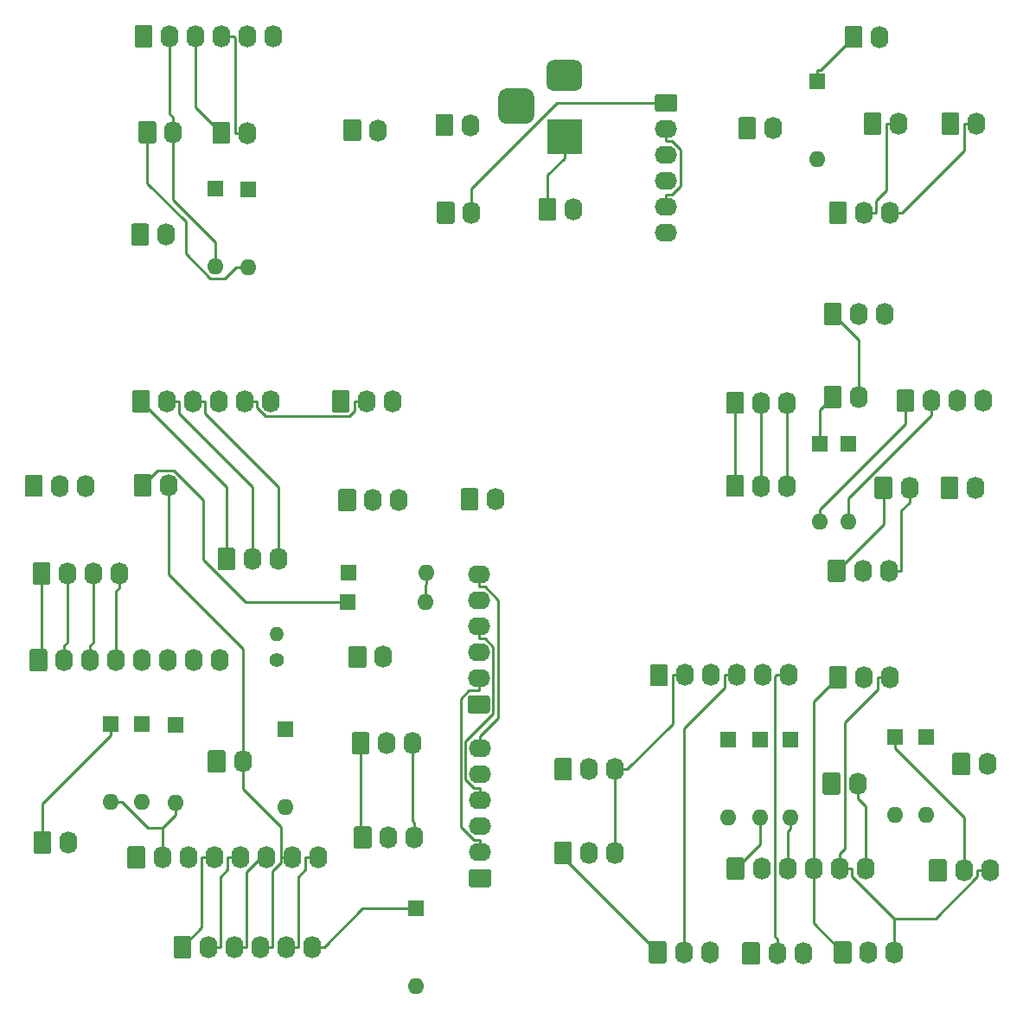
<source format=gbr>
G04 #@! TF.GenerationSoftware,KiCad,Pcbnew,(5.1.5-0-10_14)*
G04 #@! TF.CreationDate,2021-10-24T13:44:23+10:00*
G04 #@! TF.ProjectId,OH - Upper Mixed Small PCBs,4f48202d-2055-4707-9065-72204d697865,rev?*
G04 #@! TF.SameCoordinates,Original*
G04 #@! TF.FileFunction,Copper,L2,Bot*
G04 #@! TF.FilePolarity,Positive*
%FSLAX46Y46*%
G04 Gerber Fmt 4.6, Leading zero omitted, Abs format (unit mm)*
G04 Created by KiCad (PCBNEW (5.1.5-0-10_14)) date 2021-10-24 13:44:23*
%MOMM*%
%LPD*%
G04 APERTURE LIST*
%ADD10C,1.400000*%
%ADD11O,1.400000X1.400000*%
%ADD12C,0.100000*%
%ADD13R,3.500000X3.500000*%
%ADD14O,1.740000X2.200000*%
%ADD15O,2.200000X1.740000*%
%ADD16O,1.600000X1.600000*%
%ADD17R,1.600000X1.600000*%
%ADD18C,0.250000*%
G04 APERTURE END LIST*
D10*
X125603000Y-115316000D03*
D11*
X125603000Y-112776000D03*
G04 #@! TA.AperFunction,ComponentPad*
D12*
G36*
X150057765Y-59325713D02*
G01*
X150142704Y-59338313D01*
X150225999Y-59359177D01*
X150306848Y-59388105D01*
X150384472Y-59424819D01*
X150458124Y-59468964D01*
X150527094Y-59520116D01*
X150590718Y-59577782D01*
X150648384Y-59641406D01*
X150699536Y-59710376D01*
X150743681Y-59784028D01*
X150780395Y-59861652D01*
X150809323Y-59942501D01*
X150830187Y-60025796D01*
X150842787Y-60110735D01*
X150847000Y-60196500D01*
X150847000Y-61946500D01*
X150842787Y-62032265D01*
X150830187Y-62117204D01*
X150809323Y-62200499D01*
X150780395Y-62281348D01*
X150743681Y-62358972D01*
X150699536Y-62432624D01*
X150648384Y-62501594D01*
X150590718Y-62565218D01*
X150527094Y-62622884D01*
X150458124Y-62674036D01*
X150384472Y-62718181D01*
X150306848Y-62754895D01*
X150225999Y-62783823D01*
X150142704Y-62804687D01*
X150057765Y-62817287D01*
X149972000Y-62821500D01*
X148222000Y-62821500D01*
X148136235Y-62817287D01*
X148051296Y-62804687D01*
X147968001Y-62783823D01*
X147887152Y-62754895D01*
X147809528Y-62718181D01*
X147735876Y-62674036D01*
X147666906Y-62622884D01*
X147603282Y-62565218D01*
X147545616Y-62501594D01*
X147494464Y-62432624D01*
X147450319Y-62358972D01*
X147413605Y-62281348D01*
X147384677Y-62200499D01*
X147363813Y-62117204D01*
X147351213Y-62032265D01*
X147347000Y-61946500D01*
X147347000Y-60196500D01*
X147351213Y-60110735D01*
X147363813Y-60025796D01*
X147384677Y-59942501D01*
X147413605Y-59861652D01*
X147450319Y-59784028D01*
X147494464Y-59710376D01*
X147545616Y-59641406D01*
X147603282Y-59577782D01*
X147666906Y-59520116D01*
X147735876Y-59468964D01*
X147809528Y-59424819D01*
X147887152Y-59388105D01*
X147968001Y-59359177D01*
X148051296Y-59338313D01*
X148136235Y-59325713D01*
X148222000Y-59321500D01*
X149972000Y-59321500D01*
X150057765Y-59325713D01*
G37*
G04 #@! TD.AperFunction*
G04 #@! TA.AperFunction,ComponentPad*
G36*
X154870513Y-56575111D02*
G01*
X154943318Y-56585911D01*
X155014714Y-56603795D01*
X155084013Y-56628590D01*
X155150548Y-56660059D01*
X155213678Y-56697898D01*
X155272795Y-56741742D01*
X155327330Y-56791170D01*
X155376758Y-56845705D01*
X155420602Y-56904822D01*
X155458441Y-56967952D01*
X155489910Y-57034487D01*
X155514705Y-57103786D01*
X155532589Y-57175182D01*
X155543389Y-57247987D01*
X155547000Y-57321500D01*
X155547000Y-58821500D01*
X155543389Y-58895013D01*
X155532589Y-58967818D01*
X155514705Y-59039214D01*
X155489910Y-59108513D01*
X155458441Y-59175048D01*
X155420602Y-59238178D01*
X155376758Y-59297295D01*
X155327330Y-59351830D01*
X155272795Y-59401258D01*
X155213678Y-59445102D01*
X155150548Y-59482941D01*
X155084013Y-59514410D01*
X155014714Y-59539205D01*
X154943318Y-59557089D01*
X154870513Y-59567889D01*
X154797000Y-59571500D01*
X152797000Y-59571500D01*
X152723487Y-59567889D01*
X152650682Y-59557089D01*
X152579286Y-59539205D01*
X152509987Y-59514410D01*
X152443452Y-59482941D01*
X152380322Y-59445102D01*
X152321205Y-59401258D01*
X152266670Y-59351830D01*
X152217242Y-59297295D01*
X152173398Y-59238178D01*
X152135559Y-59175048D01*
X152104090Y-59108513D01*
X152079295Y-59039214D01*
X152061411Y-58967818D01*
X152050611Y-58895013D01*
X152047000Y-58821500D01*
X152047000Y-57321500D01*
X152050611Y-57247987D01*
X152061411Y-57175182D01*
X152079295Y-57103786D01*
X152104090Y-57034487D01*
X152135559Y-56967952D01*
X152173398Y-56904822D01*
X152217242Y-56845705D01*
X152266670Y-56791170D01*
X152321205Y-56741742D01*
X152380322Y-56697898D01*
X152443452Y-56660059D01*
X152509987Y-56628590D01*
X152579286Y-56603795D01*
X152650682Y-56585911D01*
X152723487Y-56575111D01*
X152797000Y-56571500D01*
X154797000Y-56571500D01*
X154870513Y-56575111D01*
G37*
G04 #@! TD.AperFunction*
D13*
X153797000Y-64071500D03*
D14*
X154686000Y-71183500D03*
G04 #@! TA.AperFunction,ComponentPad*
D12*
G36*
X152790505Y-70084704D02*
G01*
X152814773Y-70088304D01*
X152838572Y-70094265D01*
X152861671Y-70102530D01*
X152883850Y-70113020D01*
X152904893Y-70125632D01*
X152924599Y-70140247D01*
X152942777Y-70156723D01*
X152959253Y-70174901D01*
X152973868Y-70194607D01*
X152986480Y-70215650D01*
X152996970Y-70237829D01*
X153005235Y-70260928D01*
X153011196Y-70284727D01*
X153014796Y-70308995D01*
X153016000Y-70333499D01*
X153016000Y-72033501D01*
X153014796Y-72058005D01*
X153011196Y-72082273D01*
X153005235Y-72106072D01*
X152996970Y-72129171D01*
X152986480Y-72151350D01*
X152973868Y-72172393D01*
X152959253Y-72192099D01*
X152942777Y-72210277D01*
X152924599Y-72226753D01*
X152904893Y-72241368D01*
X152883850Y-72253980D01*
X152861671Y-72264470D01*
X152838572Y-72272735D01*
X152814773Y-72278696D01*
X152790505Y-72282296D01*
X152766001Y-72283500D01*
X151525999Y-72283500D01*
X151501495Y-72282296D01*
X151477227Y-72278696D01*
X151453428Y-72272735D01*
X151430329Y-72264470D01*
X151408150Y-72253980D01*
X151387107Y-72241368D01*
X151367401Y-72226753D01*
X151349223Y-72210277D01*
X151332747Y-72192099D01*
X151318132Y-72172393D01*
X151305520Y-72151350D01*
X151295030Y-72129171D01*
X151286765Y-72106072D01*
X151280804Y-72082273D01*
X151277204Y-72058005D01*
X151276000Y-72033501D01*
X151276000Y-70333499D01*
X151277204Y-70308995D01*
X151280804Y-70284727D01*
X151286765Y-70260928D01*
X151295030Y-70237829D01*
X151305520Y-70215650D01*
X151318132Y-70194607D01*
X151332747Y-70174901D01*
X151349223Y-70156723D01*
X151367401Y-70140247D01*
X151387107Y-70125632D01*
X151408150Y-70113020D01*
X151430329Y-70102530D01*
X151453428Y-70094265D01*
X151477227Y-70088304D01*
X151501495Y-70084704D01*
X151525999Y-70083500D01*
X152766001Y-70083500D01*
X152790505Y-70084704D01*
G37*
G04 #@! TD.AperFunction*
D15*
X163766000Y-73469500D03*
X163766000Y-70929500D03*
X163766000Y-68389500D03*
X163766000Y-65849500D03*
X163766000Y-63309500D03*
G04 #@! TA.AperFunction,ComponentPad*
D12*
G36*
X164640505Y-59900704D02*
G01*
X164664773Y-59904304D01*
X164688572Y-59910265D01*
X164711671Y-59918530D01*
X164733850Y-59929020D01*
X164754893Y-59941632D01*
X164774599Y-59956247D01*
X164792777Y-59972723D01*
X164809253Y-59990901D01*
X164823868Y-60010607D01*
X164836480Y-60031650D01*
X164846970Y-60053829D01*
X164855235Y-60076928D01*
X164861196Y-60100727D01*
X164864796Y-60124995D01*
X164866000Y-60149499D01*
X164866000Y-61389501D01*
X164864796Y-61414005D01*
X164861196Y-61438273D01*
X164855235Y-61462072D01*
X164846970Y-61485171D01*
X164836480Y-61507350D01*
X164823868Y-61528393D01*
X164809253Y-61548099D01*
X164792777Y-61566277D01*
X164774599Y-61582753D01*
X164754893Y-61597368D01*
X164733850Y-61609980D01*
X164711671Y-61620470D01*
X164688572Y-61628735D01*
X164664773Y-61634696D01*
X164640505Y-61638296D01*
X164616001Y-61639500D01*
X162915999Y-61639500D01*
X162891495Y-61638296D01*
X162867227Y-61634696D01*
X162843428Y-61628735D01*
X162820329Y-61620470D01*
X162798150Y-61609980D01*
X162777107Y-61597368D01*
X162757401Y-61582753D01*
X162739223Y-61566277D01*
X162722747Y-61548099D01*
X162708132Y-61528393D01*
X162695520Y-61507350D01*
X162685030Y-61485171D01*
X162676765Y-61462072D01*
X162670804Y-61438273D01*
X162667204Y-61414005D01*
X162666000Y-61389501D01*
X162666000Y-60149499D01*
X162667204Y-60124995D01*
X162670804Y-60100727D01*
X162676765Y-60076928D01*
X162685030Y-60053829D01*
X162695520Y-60031650D01*
X162708132Y-60010607D01*
X162722747Y-59990901D01*
X162739223Y-59972723D01*
X162757401Y-59956247D01*
X162777107Y-59941632D01*
X162798150Y-59929020D01*
X162820329Y-59918530D01*
X162843428Y-59910265D01*
X162867227Y-59904304D01*
X162891495Y-59900704D01*
X162915999Y-59899500D01*
X164616001Y-59899500D01*
X164640505Y-59900704D01*
G37*
G04 #@! TD.AperFunction*
D14*
X144716000Y-71501000D03*
G04 #@! TA.AperFunction,ComponentPad*
D12*
G36*
X142820505Y-70402204D02*
G01*
X142844773Y-70405804D01*
X142868572Y-70411765D01*
X142891671Y-70420030D01*
X142913850Y-70430520D01*
X142934893Y-70443132D01*
X142954599Y-70457747D01*
X142972777Y-70474223D01*
X142989253Y-70492401D01*
X143003868Y-70512107D01*
X143016480Y-70533150D01*
X143026970Y-70555329D01*
X143035235Y-70578428D01*
X143041196Y-70602227D01*
X143044796Y-70626495D01*
X143046000Y-70650999D01*
X143046000Y-72351001D01*
X143044796Y-72375505D01*
X143041196Y-72399773D01*
X143035235Y-72423572D01*
X143026970Y-72446671D01*
X143016480Y-72468850D01*
X143003868Y-72489893D01*
X142989253Y-72509599D01*
X142972777Y-72527777D01*
X142954599Y-72544253D01*
X142934893Y-72558868D01*
X142913850Y-72571480D01*
X142891671Y-72581970D01*
X142868572Y-72590235D01*
X142844773Y-72596196D01*
X142820505Y-72599796D01*
X142796001Y-72601000D01*
X141555999Y-72601000D01*
X141531495Y-72599796D01*
X141507227Y-72596196D01*
X141483428Y-72590235D01*
X141460329Y-72581970D01*
X141438150Y-72571480D01*
X141417107Y-72558868D01*
X141397401Y-72544253D01*
X141379223Y-72527777D01*
X141362747Y-72509599D01*
X141348132Y-72489893D01*
X141335520Y-72468850D01*
X141325030Y-72446671D01*
X141316765Y-72423572D01*
X141310804Y-72399773D01*
X141307204Y-72375505D01*
X141306000Y-72351001D01*
X141306000Y-70650999D01*
X141307204Y-70626495D01*
X141310804Y-70602227D01*
X141316765Y-70578428D01*
X141325030Y-70555329D01*
X141335520Y-70533150D01*
X141348132Y-70512107D01*
X141362747Y-70492401D01*
X141379223Y-70474223D01*
X141397401Y-70457747D01*
X141417107Y-70443132D01*
X141438150Y-70430520D01*
X141460329Y-70420030D01*
X141483428Y-70411765D01*
X141507227Y-70405804D01*
X141531495Y-70402204D01*
X141555999Y-70401000D01*
X142796001Y-70401000D01*
X142820505Y-70402204D01*
G37*
G04 #@! TD.AperFunction*
D14*
X144590000Y-62928500D03*
G04 #@! TA.AperFunction,ComponentPad*
D12*
G36*
X142694505Y-61829704D02*
G01*
X142718773Y-61833304D01*
X142742572Y-61839265D01*
X142765671Y-61847530D01*
X142787850Y-61858020D01*
X142808893Y-61870632D01*
X142828599Y-61885247D01*
X142846777Y-61901723D01*
X142863253Y-61919901D01*
X142877868Y-61939607D01*
X142890480Y-61960650D01*
X142900970Y-61982829D01*
X142909235Y-62005928D01*
X142915196Y-62029727D01*
X142918796Y-62053995D01*
X142920000Y-62078499D01*
X142920000Y-63778501D01*
X142918796Y-63803005D01*
X142915196Y-63827273D01*
X142909235Y-63851072D01*
X142900970Y-63874171D01*
X142890480Y-63896350D01*
X142877868Y-63917393D01*
X142863253Y-63937099D01*
X142846777Y-63955277D01*
X142828599Y-63971753D01*
X142808893Y-63986368D01*
X142787850Y-63998980D01*
X142765671Y-64009470D01*
X142742572Y-64017735D01*
X142718773Y-64023696D01*
X142694505Y-64027296D01*
X142670001Y-64028500D01*
X141429999Y-64028500D01*
X141405495Y-64027296D01*
X141381227Y-64023696D01*
X141357428Y-64017735D01*
X141334329Y-64009470D01*
X141312150Y-63998980D01*
X141291107Y-63986368D01*
X141271401Y-63971753D01*
X141253223Y-63955277D01*
X141236747Y-63937099D01*
X141222132Y-63917393D01*
X141209520Y-63896350D01*
X141199030Y-63874171D01*
X141190765Y-63851072D01*
X141184804Y-63827273D01*
X141181204Y-63803005D01*
X141180000Y-63778501D01*
X141180000Y-62078499D01*
X141181204Y-62053995D01*
X141184804Y-62029727D01*
X141190765Y-62005928D01*
X141199030Y-61982829D01*
X141209520Y-61960650D01*
X141222132Y-61939607D01*
X141236747Y-61919901D01*
X141253223Y-61901723D01*
X141271401Y-61885247D01*
X141291107Y-61870632D01*
X141312150Y-61858020D01*
X141334329Y-61847530D01*
X141357428Y-61839265D01*
X141381227Y-61833304D01*
X141405495Y-61829704D01*
X141429999Y-61828500D01*
X142670001Y-61828500D01*
X142694505Y-61829704D01*
G37*
G04 #@! TD.AperFunction*
D14*
X194056000Y-98425000D03*
G04 #@! TA.AperFunction,ComponentPad*
D12*
G36*
X192160505Y-97326204D02*
G01*
X192184773Y-97329804D01*
X192208572Y-97335765D01*
X192231671Y-97344030D01*
X192253850Y-97354520D01*
X192274893Y-97367132D01*
X192294599Y-97381747D01*
X192312777Y-97398223D01*
X192329253Y-97416401D01*
X192343868Y-97436107D01*
X192356480Y-97457150D01*
X192366970Y-97479329D01*
X192375235Y-97502428D01*
X192381196Y-97526227D01*
X192384796Y-97550495D01*
X192386000Y-97574999D01*
X192386000Y-99275001D01*
X192384796Y-99299505D01*
X192381196Y-99323773D01*
X192375235Y-99347572D01*
X192366970Y-99370671D01*
X192356480Y-99392850D01*
X192343868Y-99413893D01*
X192329253Y-99433599D01*
X192312777Y-99451777D01*
X192294599Y-99468253D01*
X192274893Y-99482868D01*
X192253850Y-99495480D01*
X192231671Y-99505970D01*
X192208572Y-99514235D01*
X192184773Y-99520196D01*
X192160505Y-99523796D01*
X192136001Y-99525000D01*
X190895999Y-99525000D01*
X190871495Y-99523796D01*
X190847227Y-99520196D01*
X190823428Y-99514235D01*
X190800329Y-99505970D01*
X190778150Y-99495480D01*
X190757107Y-99482868D01*
X190737401Y-99468253D01*
X190719223Y-99451777D01*
X190702747Y-99433599D01*
X190688132Y-99413893D01*
X190675520Y-99392850D01*
X190665030Y-99370671D01*
X190656765Y-99347572D01*
X190650804Y-99323773D01*
X190647204Y-99299505D01*
X190646000Y-99275001D01*
X190646000Y-97574999D01*
X190647204Y-97550495D01*
X190650804Y-97526227D01*
X190656765Y-97502428D01*
X190665030Y-97479329D01*
X190675520Y-97457150D01*
X190688132Y-97436107D01*
X190702747Y-97416401D01*
X190719223Y-97398223D01*
X190737401Y-97381747D01*
X190757107Y-97367132D01*
X190778150Y-97354520D01*
X190800329Y-97344030D01*
X190823428Y-97335765D01*
X190847227Y-97329804D01*
X190871495Y-97326204D01*
X190895999Y-97325000D01*
X192136001Y-97325000D01*
X192160505Y-97326204D01*
G37*
G04 #@! TD.AperFunction*
D14*
X187579000Y-98425000D03*
G04 #@! TA.AperFunction,ComponentPad*
D12*
G36*
X185683505Y-97326204D02*
G01*
X185707773Y-97329804D01*
X185731572Y-97335765D01*
X185754671Y-97344030D01*
X185776850Y-97354520D01*
X185797893Y-97367132D01*
X185817599Y-97381747D01*
X185835777Y-97398223D01*
X185852253Y-97416401D01*
X185866868Y-97436107D01*
X185879480Y-97457150D01*
X185889970Y-97479329D01*
X185898235Y-97502428D01*
X185904196Y-97526227D01*
X185907796Y-97550495D01*
X185909000Y-97574999D01*
X185909000Y-99275001D01*
X185907796Y-99299505D01*
X185904196Y-99323773D01*
X185898235Y-99347572D01*
X185889970Y-99370671D01*
X185879480Y-99392850D01*
X185866868Y-99413893D01*
X185852253Y-99433599D01*
X185835777Y-99451777D01*
X185817599Y-99468253D01*
X185797893Y-99482868D01*
X185776850Y-99495480D01*
X185754671Y-99505970D01*
X185731572Y-99514235D01*
X185707773Y-99520196D01*
X185683505Y-99523796D01*
X185659001Y-99525000D01*
X184418999Y-99525000D01*
X184394495Y-99523796D01*
X184370227Y-99520196D01*
X184346428Y-99514235D01*
X184323329Y-99505970D01*
X184301150Y-99495480D01*
X184280107Y-99482868D01*
X184260401Y-99468253D01*
X184242223Y-99451777D01*
X184225747Y-99433599D01*
X184211132Y-99413893D01*
X184198520Y-99392850D01*
X184188030Y-99370671D01*
X184179765Y-99347572D01*
X184173804Y-99323773D01*
X184170204Y-99299505D01*
X184169000Y-99275001D01*
X184169000Y-97574999D01*
X184170204Y-97550495D01*
X184173804Y-97526227D01*
X184179765Y-97502428D01*
X184188030Y-97479329D01*
X184198520Y-97457150D01*
X184211132Y-97436107D01*
X184225747Y-97416401D01*
X184242223Y-97398223D01*
X184260401Y-97381747D01*
X184280107Y-97367132D01*
X184301150Y-97354520D01*
X184323329Y-97344030D01*
X184346428Y-97335765D01*
X184370227Y-97329804D01*
X184394495Y-97326204D01*
X184418999Y-97325000D01*
X185659001Y-97325000D01*
X185683505Y-97326204D01*
G37*
G04 #@! TD.AperFunction*
D14*
X194120000Y-62801500D03*
G04 #@! TA.AperFunction,ComponentPad*
D12*
G36*
X192224505Y-61702704D02*
G01*
X192248773Y-61706304D01*
X192272572Y-61712265D01*
X192295671Y-61720530D01*
X192317850Y-61731020D01*
X192338893Y-61743632D01*
X192358599Y-61758247D01*
X192376777Y-61774723D01*
X192393253Y-61792901D01*
X192407868Y-61812607D01*
X192420480Y-61833650D01*
X192430970Y-61855829D01*
X192439235Y-61878928D01*
X192445196Y-61902727D01*
X192448796Y-61926995D01*
X192450000Y-61951499D01*
X192450000Y-63651501D01*
X192448796Y-63676005D01*
X192445196Y-63700273D01*
X192439235Y-63724072D01*
X192430970Y-63747171D01*
X192420480Y-63769350D01*
X192407868Y-63790393D01*
X192393253Y-63810099D01*
X192376777Y-63828277D01*
X192358599Y-63844753D01*
X192338893Y-63859368D01*
X192317850Y-63871980D01*
X192295671Y-63882470D01*
X192272572Y-63890735D01*
X192248773Y-63896696D01*
X192224505Y-63900296D01*
X192200001Y-63901500D01*
X190959999Y-63901500D01*
X190935495Y-63900296D01*
X190911227Y-63896696D01*
X190887428Y-63890735D01*
X190864329Y-63882470D01*
X190842150Y-63871980D01*
X190821107Y-63859368D01*
X190801401Y-63844753D01*
X190783223Y-63828277D01*
X190766747Y-63810099D01*
X190752132Y-63790393D01*
X190739520Y-63769350D01*
X190729030Y-63747171D01*
X190720765Y-63724072D01*
X190714804Y-63700273D01*
X190711204Y-63676005D01*
X190710000Y-63651501D01*
X190710000Y-61951499D01*
X190711204Y-61926995D01*
X190714804Y-61902727D01*
X190720765Y-61878928D01*
X190729030Y-61855829D01*
X190739520Y-61833650D01*
X190752132Y-61812607D01*
X190766747Y-61792901D01*
X190783223Y-61774723D01*
X190801401Y-61758247D01*
X190821107Y-61743632D01*
X190842150Y-61731020D01*
X190864329Y-61720530D01*
X190887428Y-61712265D01*
X190911227Y-61706304D01*
X190935495Y-61702704D01*
X190959999Y-61701500D01*
X192200001Y-61701500D01*
X192224505Y-61702704D01*
G37*
G04 #@! TD.AperFunction*
D14*
X186500000Y-62801500D03*
G04 #@! TA.AperFunction,ComponentPad*
D12*
G36*
X184604505Y-61702704D02*
G01*
X184628773Y-61706304D01*
X184652572Y-61712265D01*
X184675671Y-61720530D01*
X184697850Y-61731020D01*
X184718893Y-61743632D01*
X184738599Y-61758247D01*
X184756777Y-61774723D01*
X184773253Y-61792901D01*
X184787868Y-61812607D01*
X184800480Y-61833650D01*
X184810970Y-61855829D01*
X184819235Y-61878928D01*
X184825196Y-61902727D01*
X184828796Y-61926995D01*
X184830000Y-61951499D01*
X184830000Y-63651501D01*
X184828796Y-63676005D01*
X184825196Y-63700273D01*
X184819235Y-63724072D01*
X184810970Y-63747171D01*
X184800480Y-63769350D01*
X184787868Y-63790393D01*
X184773253Y-63810099D01*
X184756777Y-63828277D01*
X184738599Y-63844753D01*
X184718893Y-63859368D01*
X184697850Y-63871980D01*
X184675671Y-63882470D01*
X184652572Y-63890735D01*
X184628773Y-63896696D01*
X184604505Y-63900296D01*
X184580001Y-63901500D01*
X183339999Y-63901500D01*
X183315495Y-63900296D01*
X183291227Y-63896696D01*
X183267428Y-63890735D01*
X183244329Y-63882470D01*
X183222150Y-63871980D01*
X183201107Y-63859368D01*
X183181401Y-63844753D01*
X183163223Y-63828277D01*
X183146747Y-63810099D01*
X183132132Y-63790393D01*
X183119520Y-63769350D01*
X183109030Y-63747171D01*
X183100765Y-63724072D01*
X183094804Y-63700273D01*
X183091204Y-63676005D01*
X183090000Y-63651501D01*
X183090000Y-61951499D01*
X183091204Y-61926995D01*
X183094804Y-61902727D01*
X183100765Y-61878928D01*
X183109030Y-61855829D01*
X183119520Y-61833650D01*
X183132132Y-61812607D01*
X183146747Y-61792901D01*
X183163223Y-61774723D01*
X183181401Y-61758247D01*
X183201107Y-61743632D01*
X183222150Y-61731020D01*
X183244329Y-61720530D01*
X183267428Y-61712265D01*
X183291227Y-61706304D01*
X183315495Y-61702704D01*
X183339999Y-61701500D01*
X184580001Y-61701500D01*
X184604505Y-61702704D01*
G37*
G04 #@! TD.AperFunction*
D14*
X115062000Y-98171000D03*
G04 #@! TA.AperFunction,ComponentPad*
D12*
G36*
X113166505Y-97072204D02*
G01*
X113190773Y-97075804D01*
X113214572Y-97081765D01*
X113237671Y-97090030D01*
X113259850Y-97100520D01*
X113280893Y-97113132D01*
X113300599Y-97127747D01*
X113318777Y-97144223D01*
X113335253Y-97162401D01*
X113349868Y-97182107D01*
X113362480Y-97203150D01*
X113372970Y-97225329D01*
X113381235Y-97248428D01*
X113387196Y-97272227D01*
X113390796Y-97296495D01*
X113392000Y-97320999D01*
X113392000Y-99021001D01*
X113390796Y-99045505D01*
X113387196Y-99069773D01*
X113381235Y-99093572D01*
X113372970Y-99116671D01*
X113362480Y-99138850D01*
X113349868Y-99159893D01*
X113335253Y-99179599D01*
X113318777Y-99197777D01*
X113300599Y-99214253D01*
X113280893Y-99228868D01*
X113259850Y-99241480D01*
X113237671Y-99251970D01*
X113214572Y-99260235D01*
X113190773Y-99266196D01*
X113166505Y-99269796D01*
X113142001Y-99271000D01*
X111901999Y-99271000D01*
X111877495Y-99269796D01*
X111853227Y-99266196D01*
X111829428Y-99260235D01*
X111806329Y-99251970D01*
X111784150Y-99241480D01*
X111763107Y-99228868D01*
X111743401Y-99214253D01*
X111725223Y-99197777D01*
X111708747Y-99179599D01*
X111694132Y-99159893D01*
X111681520Y-99138850D01*
X111671030Y-99116671D01*
X111662765Y-99093572D01*
X111656804Y-99069773D01*
X111653204Y-99045505D01*
X111652000Y-99021001D01*
X111652000Y-97320999D01*
X111653204Y-97296495D01*
X111656804Y-97272227D01*
X111662765Y-97248428D01*
X111671030Y-97225329D01*
X111681520Y-97203150D01*
X111694132Y-97182107D01*
X111708747Y-97162401D01*
X111725223Y-97144223D01*
X111743401Y-97127747D01*
X111763107Y-97113132D01*
X111784150Y-97100520D01*
X111806329Y-97090030D01*
X111829428Y-97081765D01*
X111853227Y-97075804D01*
X111877495Y-97072204D01*
X111901999Y-97071000D01*
X113142001Y-97071000D01*
X113166505Y-97072204D01*
G37*
G04 #@! TD.AperFunction*
D14*
X147066000Y-99568000D03*
G04 #@! TA.AperFunction,ComponentPad*
D12*
G36*
X145170505Y-98469204D02*
G01*
X145194773Y-98472804D01*
X145218572Y-98478765D01*
X145241671Y-98487030D01*
X145263850Y-98497520D01*
X145284893Y-98510132D01*
X145304599Y-98524747D01*
X145322777Y-98541223D01*
X145339253Y-98559401D01*
X145353868Y-98579107D01*
X145366480Y-98600150D01*
X145376970Y-98622329D01*
X145385235Y-98645428D01*
X145391196Y-98669227D01*
X145394796Y-98693495D01*
X145396000Y-98717999D01*
X145396000Y-100418001D01*
X145394796Y-100442505D01*
X145391196Y-100466773D01*
X145385235Y-100490572D01*
X145376970Y-100513671D01*
X145366480Y-100535850D01*
X145353868Y-100556893D01*
X145339253Y-100576599D01*
X145322777Y-100594777D01*
X145304599Y-100611253D01*
X145284893Y-100625868D01*
X145263850Y-100638480D01*
X145241671Y-100648970D01*
X145218572Y-100657235D01*
X145194773Y-100663196D01*
X145170505Y-100666796D01*
X145146001Y-100668000D01*
X143905999Y-100668000D01*
X143881495Y-100666796D01*
X143857227Y-100663196D01*
X143833428Y-100657235D01*
X143810329Y-100648970D01*
X143788150Y-100638480D01*
X143767107Y-100625868D01*
X143747401Y-100611253D01*
X143729223Y-100594777D01*
X143712747Y-100576599D01*
X143698132Y-100556893D01*
X143685520Y-100535850D01*
X143675030Y-100513671D01*
X143666765Y-100490572D01*
X143660804Y-100466773D01*
X143657204Y-100442505D01*
X143656000Y-100418001D01*
X143656000Y-98717999D01*
X143657204Y-98693495D01*
X143660804Y-98669227D01*
X143666765Y-98645428D01*
X143675030Y-98622329D01*
X143685520Y-98600150D01*
X143698132Y-98579107D01*
X143712747Y-98559401D01*
X143729223Y-98541223D01*
X143747401Y-98524747D01*
X143767107Y-98510132D01*
X143788150Y-98497520D01*
X143810329Y-98487030D01*
X143833428Y-98478765D01*
X143857227Y-98472804D01*
X143881495Y-98469204D01*
X143905999Y-98468000D01*
X145146001Y-98468000D01*
X145170505Y-98469204D01*
G37*
G04 #@! TD.AperFunction*
D16*
X140208000Y-109601000D03*
D17*
X132588000Y-109601000D03*
D16*
X140272000Y-106744000D03*
D17*
X132652000Y-106744000D03*
D14*
X125032000Y-89979500D03*
X122492000Y-89979500D03*
X119952000Y-89979500D03*
X117412000Y-89979500D03*
X114872000Y-89979500D03*
G04 #@! TA.AperFunction,ComponentPad*
D12*
G36*
X112976505Y-88880704D02*
G01*
X113000773Y-88884304D01*
X113024572Y-88890265D01*
X113047671Y-88898530D01*
X113069850Y-88909020D01*
X113090893Y-88921632D01*
X113110599Y-88936247D01*
X113128777Y-88952723D01*
X113145253Y-88970901D01*
X113159868Y-88990607D01*
X113172480Y-89011650D01*
X113182970Y-89033829D01*
X113191235Y-89056928D01*
X113197196Y-89080727D01*
X113200796Y-89104995D01*
X113202000Y-89129499D01*
X113202000Y-90829501D01*
X113200796Y-90854005D01*
X113197196Y-90878273D01*
X113191235Y-90902072D01*
X113182970Y-90925171D01*
X113172480Y-90947350D01*
X113159868Y-90968393D01*
X113145253Y-90988099D01*
X113128777Y-91006277D01*
X113110599Y-91022753D01*
X113090893Y-91037368D01*
X113069850Y-91049980D01*
X113047671Y-91060470D01*
X113024572Y-91068735D01*
X113000773Y-91074696D01*
X112976505Y-91078296D01*
X112952001Y-91079500D01*
X111711999Y-91079500D01*
X111687495Y-91078296D01*
X111663227Y-91074696D01*
X111639428Y-91068735D01*
X111616329Y-91060470D01*
X111594150Y-91049980D01*
X111573107Y-91037368D01*
X111553401Y-91022753D01*
X111535223Y-91006277D01*
X111518747Y-90988099D01*
X111504132Y-90968393D01*
X111491520Y-90947350D01*
X111481030Y-90925171D01*
X111472765Y-90902072D01*
X111466804Y-90878273D01*
X111463204Y-90854005D01*
X111462000Y-90829501D01*
X111462000Y-89129499D01*
X111463204Y-89104995D01*
X111466804Y-89080727D01*
X111472765Y-89056928D01*
X111481030Y-89033829D01*
X111491520Y-89011650D01*
X111504132Y-88990607D01*
X111518747Y-88970901D01*
X111535223Y-88952723D01*
X111553401Y-88936247D01*
X111573107Y-88921632D01*
X111594150Y-88909020D01*
X111616329Y-88898530D01*
X111639428Y-88890265D01*
X111663227Y-88884304D01*
X111687495Y-88880704D01*
X111711999Y-88879500D01*
X112952001Y-88879500D01*
X112976505Y-88880704D01*
G37*
G04 #@! TD.AperFunction*
D14*
X137604000Y-99631500D03*
X135064000Y-99631500D03*
G04 #@! TA.AperFunction,ComponentPad*
D12*
G36*
X133168505Y-98532704D02*
G01*
X133192773Y-98536304D01*
X133216572Y-98542265D01*
X133239671Y-98550530D01*
X133261850Y-98561020D01*
X133282893Y-98573632D01*
X133302599Y-98588247D01*
X133320777Y-98604723D01*
X133337253Y-98622901D01*
X133351868Y-98642607D01*
X133364480Y-98663650D01*
X133374970Y-98685829D01*
X133383235Y-98708928D01*
X133389196Y-98732727D01*
X133392796Y-98756995D01*
X133394000Y-98781499D01*
X133394000Y-100481501D01*
X133392796Y-100506005D01*
X133389196Y-100530273D01*
X133383235Y-100554072D01*
X133374970Y-100577171D01*
X133364480Y-100599350D01*
X133351868Y-100620393D01*
X133337253Y-100640099D01*
X133320777Y-100658277D01*
X133302599Y-100674753D01*
X133282893Y-100689368D01*
X133261850Y-100701980D01*
X133239671Y-100712470D01*
X133216572Y-100720735D01*
X133192773Y-100726696D01*
X133168505Y-100730296D01*
X133144001Y-100731500D01*
X131903999Y-100731500D01*
X131879495Y-100730296D01*
X131855227Y-100726696D01*
X131831428Y-100720735D01*
X131808329Y-100712470D01*
X131786150Y-100701980D01*
X131765107Y-100689368D01*
X131745401Y-100674753D01*
X131727223Y-100658277D01*
X131710747Y-100640099D01*
X131696132Y-100620393D01*
X131683520Y-100599350D01*
X131673030Y-100577171D01*
X131664765Y-100554072D01*
X131658804Y-100530273D01*
X131655204Y-100506005D01*
X131654000Y-100481501D01*
X131654000Y-98781499D01*
X131655204Y-98756995D01*
X131658804Y-98732727D01*
X131664765Y-98708928D01*
X131673030Y-98685829D01*
X131683520Y-98663650D01*
X131696132Y-98642607D01*
X131710747Y-98622901D01*
X131727223Y-98604723D01*
X131745401Y-98588247D01*
X131765107Y-98573632D01*
X131786150Y-98561020D01*
X131808329Y-98550530D01*
X131831428Y-98542265D01*
X131855227Y-98536304D01*
X131879495Y-98532704D01*
X131903999Y-98531500D01*
X133144001Y-98531500D01*
X133168505Y-98532704D01*
G37*
G04 #@! TD.AperFunction*
D14*
X125794000Y-105410000D03*
X123254000Y-105410000D03*
G04 #@! TA.AperFunction,ComponentPad*
D12*
G36*
X121358505Y-104311204D02*
G01*
X121382773Y-104314804D01*
X121406572Y-104320765D01*
X121429671Y-104329030D01*
X121451850Y-104339520D01*
X121472893Y-104352132D01*
X121492599Y-104366747D01*
X121510777Y-104383223D01*
X121527253Y-104401401D01*
X121541868Y-104421107D01*
X121554480Y-104442150D01*
X121564970Y-104464329D01*
X121573235Y-104487428D01*
X121579196Y-104511227D01*
X121582796Y-104535495D01*
X121584000Y-104559999D01*
X121584000Y-106260001D01*
X121582796Y-106284505D01*
X121579196Y-106308773D01*
X121573235Y-106332572D01*
X121564970Y-106355671D01*
X121554480Y-106377850D01*
X121541868Y-106398893D01*
X121527253Y-106418599D01*
X121510777Y-106436777D01*
X121492599Y-106453253D01*
X121472893Y-106467868D01*
X121451850Y-106480480D01*
X121429671Y-106490970D01*
X121406572Y-106499235D01*
X121382773Y-106505196D01*
X121358505Y-106508796D01*
X121334001Y-106510000D01*
X120093999Y-106510000D01*
X120069495Y-106508796D01*
X120045227Y-106505196D01*
X120021428Y-106499235D01*
X119998329Y-106490970D01*
X119976150Y-106480480D01*
X119955107Y-106467868D01*
X119935401Y-106453253D01*
X119917223Y-106436777D01*
X119900747Y-106418599D01*
X119886132Y-106398893D01*
X119873520Y-106377850D01*
X119863030Y-106355671D01*
X119854765Y-106332572D01*
X119848804Y-106308773D01*
X119845204Y-106284505D01*
X119844000Y-106260001D01*
X119844000Y-104559999D01*
X119845204Y-104535495D01*
X119848804Y-104511227D01*
X119854765Y-104487428D01*
X119863030Y-104464329D01*
X119873520Y-104442150D01*
X119886132Y-104421107D01*
X119900747Y-104401401D01*
X119917223Y-104383223D01*
X119935401Y-104366747D01*
X119955107Y-104352132D01*
X119976150Y-104339520D01*
X119998329Y-104329030D01*
X120021428Y-104320765D01*
X120045227Y-104314804D01*
X120069495Y-104311204D01*
X120093999Y-104310000D01*
X121334001Y-104310000D01*
X121358505Y-104311204D01*
G37*
G04 #@! TD.AperFunction*
D14*
X136970000Y-89979500D03*
X134430000Y-89979500D03*
G04 #@! TA.AperFunction,ComponentPad*
D12*
G36*
X132534505Y-88880704D02*
G01*
X132558773Y-88884304D01*
X132582572Y-88890265D01*
X132605671Y-88898530D01*
X132627850Y-88909020D01*
X132648893Y-88921632D01*
X132668599Y-88936247D01*
X132686777Y-88952723D01*
X132703253Y-88970901D01*
X132717868Y-88990607D01*
X132730480Y-89011650D01*
X132740970Y-89033829D01*
X132749235Y-89056928D01*
X132755196Y-89080727D01*
X132758796Y-89104995D01*
X132760000Y-89129499D01*
X132760000Y-90829501D01*
X132758796Y-90854005D01*
X132755196Y-90878273D01*
X132749235Y-90902072D01*
X132740970Y-90925171D01*
X132730480Y-90947350D01*
X132717868Y-90968393D01*
X132703253Y-90988099D01*
X132686777Y-91006277D01*
X132668599Y-91022753D01*
X132648893Y-91037368D01*
X132627850Y-91049980D01*
X132605671Y-91060470D01*
X132582572Y-91068735D01*
X132558773Y-91074696D01*
X132534505Y-91078296D01*
X132510001Y-91079500D01*
X131269999Y-91079500D01*
X131245495Y-91078296D01*
X131221227Y-91074696D01*
X131197428Y-91068735D01*
X131174329Y-91060470D01*
X131152150Y-91049980D01*
X131131107Y-91037368D01*
X131111401Y-91022753D01*
X131093223Y-91006277D01*
X131076747Y-90988099D01*
X131062132Y-90968393D01*
X131049520Y-90947350D01*
X131039030Y-90925171D01*
X131030765Y-90902072D01*
X131024804Y-90878273D01*
X131021204Y-90854005D01*
X131020000Y-90829501D01*
X131020000Y-89129499D01*
X131021204Y-89104995D01*
X131024804Y-89080727D01*
X131030765Y-89056928D01*
X131039030Y-89033829D01*
X131049520Y-89011650D01*
X131062132Y-88990607D01*
X131076747Y-88970901D01*
X131093223Y-88952723D01*
X131111401Y-88936247D01*
X131131107Y-88921632D01*
X131152150Y-88909020D01*
X131174329Y-88898530D01*
X131197428Y-88890265D01*
X131221227Y-88884304D01*
X131245495Y-88880704D01*
X131269999Y-88879500D01*
X132510001Y-88879500D01*
X132534505Y-88880704D01*
G37*
G04 #@! TD.AperFunction*
D14*
X106934000Y-98234500D03*
X104394000Y-98234500D03*
G04 #@! TA.AperFunction,ComponentPad*
D12*
G36*
X102498505Y-97135704D02*
G01*
X102522773Y-97139304D01*
X102546572Y-97145265D01*
X102569671Y-97153530D01*
X102591850Y-97164020D01*
X102612893Y-97176632D01*
X102632599Y-97191247D01*
X102650777Y-97207723D01*
X102667253Y-97225901D01*
X102681868Y-97245607D01*
X102694480Y-97266650D01*
X102704970Y-97288829D01*
X102713235Y-97311928D01*
X102719196Y-97335727D01*
X102722796Y-97359995D01*
X102724000Y-97384499D01*
X102724000Y-99084501D01*
X102722796Y-99109005D01*
X102719196Y-99133273D01*
X102713235Y-99157072D01*
X102704970Y-99180171D01*
X102694480Y-99202350D01*
X102681868Y-99223393D01*
X102667253Y-99243099D01*
X102650777Y-99261277D01*
X102632599Y-99277753D01*
X102612893Y-99292368D01*
X102591850Y-99304980D01*
X102569671Y-99315470D01*
X102546572Y-99323735D01*
X102522773Y-99329696D01*
X102498505Y-99333296D01*
X102474001Y-99334500D01*
X101233999Y-99334500D01*
X101209495Y-99333296D01*
X101185227Y-99329696D01*
X101161428Y-99323735D01*
X101138329Y-99315470D01*
X101116150Y-99304980D01*
X101095107Y-99292368D01*
X101075401Y-99277753D01*
X101057223Y-99261277D01*
X101040747Y-99243099D01*
X101026132Y-99223393D01*
X101013520Y-99202350D01*
X101003030Y-99180171D01*
X100994765Y-99157072D01*
X100988804Y-99133273D01*
X100985204Y-99109005D01*
X100984000Y-99084501D01*
X100984000Y-97384499D01*
X100985204Y-97359995D01*
X100988804Y-97335727D01*
X100994765Y-97311928D01*
X101003030Y-97288829D01*
X101013520Y-97266650D01*
X101026132Y-97245607D01*
X101040747Y-97225901D01*
X101057223Y-97207723D01*
X101075401Y-97191247D01*
X101095107Y-97176632D01*
X101116150Y-97164020D01*
X101138329Y-97153530D01*
X101161428Y-97145265D01*
X101185227Y-97139304D01*
X101209495Y-97135704D01*
X101233999Y-97134500D01*
X102474001Y-97134500D01*
X102498505Y-97135704D01*
G37*
G04 #@! TD.AperFunction*
D14*
X182626000Y-89535000D03*
G04 #@! TA.AperFunction,ComponentPad*
D12*
G36*
X180730505Y-88436204D02*
G01*
X180754773Y-88439804D01*
X180778572Y-88445765D01*
X180801671Y-88454030D01*
X180823850Y-88464520D01*
X180844893Y-88477132D01*
X180864599Y-88491747D01*
X180882777Y-88508223D01*
X180899253Y-88526401D01*
X180913868Y-88546107D01*
X180926480Y-88567150D01*
X180936970Y-88589329D01*
X180945235Y-88612428D01*
X180951196Y-88636227D01*
X180954796Y-88660495D01*
X180956000Y-88684999D01*
X180956000Y-90385001D01*
X180954796Y-90409505D01*
X180951196Y-90433773D01*
X180945235Y-90457572D01*
X180936970Y-90480671D01*
X180926480Y-90502850D01*
X180913868Y-90523893D01*
X180899253Y-90543599D01*
X180882777Y-90561777D01*
X180864599Y-90578253D01*
X180844893Y-90592868D01*
X180823850Y-90605480D01*
X180801671Y-90615970D01*
X180778572Y-90624235D01*
X180754773Y-90630196D01*
X180730505Y-90633796D01*
X180706001Y-90635000D01*
X179465999Y-90635000D01*
X179441495Y-90633796D01*
X179417227Y-90630196D01*
X179393428Y-90624235D01*
X179370329Y-90615970D01*
X179348150Y-90605480D01*
X179327107Y-90592868D01*
X179307401Y-90578253D01*
X179289223Y-90561777D01*
X179272747Y-90543599D01*
X179258132Y-90523893D01*
X179245520Y-90502850D01*
X179235030Y-90480671D01*
X179226765Y-90457572D01*
X179220804Y-90433773D01*
X179217204Y-90409505D01*
X179216000Y-90385001D01*
X179216000Y-88684999D01*
X179217204Y-88660495D01*
X179220804Y-88636227D01*
X179226765Y-88612428D01*
X179235030Y-88589329D01*
X179245520Y-88567150D01*
X179258132Y-88546107D01*
X179272747Y-88526401D01*
X179289223Y-88508223D01*
X179307401Y-88491747D01*
X179327107Y-88477132D01*
X179348150Y-88464520D01*
X179370329Y-88454030D01*
X179393428Y-88445765D01*
X179417227Y-88439804D01*
X179441495Y-88436204D01*
X179465999Y-88435000D01*
X180706001Y-88435000D01*
X180730505Y-88436204D01*
G37*
G04 #@! TD.AperFunction*
D14*
X185166000Y-81407000D03*
X182626000Y-81407000D03*
G04 #@! TA.AperFunction,ComponentPad*
D12*
G36*
X180730505Y-80308204D02*
G01*
X180754773Y-80311804D01*
X180778572Y-80317765D01*
X180801671Y-80326030D01*
X180823850Y-80336520D01*
X180844893Y-80349132D01*
X180864599Y-80363747D01*
X180882777Y-80380223D01*
X180899253Y-80398401D01*
X180913868Y-80418107D01*
X180926480Y-80439150D01*
X180936970Y-80461329D01*
X180945235Y-80484428D01*
X180951196Y-80508227D01*
X180954796Y-80532495D01*
X180956000Y-80556999D01*
X180956000Y-82257001D01*
X180954796Y-82281505D01*
X180951196Y-82305773D01*
X180945235Y-82329572D01*
X180936970Y-82352671D01*
X180926480Y-82374850D01*
X180913868Y-82395893D01*
X180899253Y-82415599D01*
X180882777Y-82433777D01*
X180864599Y-82450253D01*
X180844893Y-82464868D01*
X180823850Y-82477480D01*
X180801671Y-82487970D01*
X180778572Y-82496235D01*
X180754773Y-82502196D01*
X180730505Y-82505796D01*
X180706001Y-82507000D01*
X179465999Y-82507000D01*
X179441495Y-82505796D01*
X179417227Y-82502196D01*
X179393428Y-82496235D01*
X179370329Y-82487970D01*
X179348150Y-82477480D01*
X179327107Y-82464868D01*
X179307401Y-82450253D01*
X179289223Y-82433777D01*
X179272747Y-82415599D01*
X179258132Y-82395893D01*
X179245520Y-82374850D01*
X179235030Y-82352671D01*
X179226765Y-82329572D01*
X179220804Y-82305773D01*
X179217204Y-82281505D01*
X179216000Y-82257001D01*
X179216000Y-80556999D01*
X179217204Y-80532495D01*
X179220804Y-80508227D01*
X179226765Y-80484428D01*
X179235030Y-80461329D01*
X179245520Y-80439150D01*
X179258132Y-80418107D01*
X179272747Y-80398401D01*
X179289223Y-80380223D01*
X179307401Y-80363747D01*
X179327107Y-80349132D01*
X179348150Y-80336520D01*
X179370329Y-80326030D01*
X179393428Y-80317765D01*
X179417227Y-80311804D01*
X179441495Y-80308204D01*
X179465999Y-80307000D01*
X180706001Y-80307000D01*
X180730505Y-80308204D01*
G37*
G04 #@! TD.AperFunction*
D14*
X129096000Y-143383000D03*
X126556000Y-143383000D03*
X124016000Y-143383000D03*
X121476000Y-143383000D03*
X118936000Y-143383000D03*
G04 #@! TA.AperFunction,ComponentPad*
D12*
G36*
X117040505Y-142284204D02*
G01*
X117064773Y-142287804D01*
X117088572Y-142293765D01*
X117111671Y-142302030D01*
X117133850Y-142312520D01*
X117154893Y-142325132D01*
X117174599Y-142339747D01*
X117192777Y-142356223D01*
X117209253Y-142374401D01*
X117223868Y-142394107D01*
X117236480Y-142415150D01*
X117246970Y-142437329D01*
X117255235Y-142460428D01*
X117261196Y-142484227D01*
X117264796Y-142508495D01*
X117266000Y-142532999D01*
X117266000Y-144233001D01*
X117264796Y-144257505D01*
X117261196Y-144281773D01*
X117255235Y-144305572D01*
X117246970Y-144328671D01*
X117236480Y-144350850D01*
X117223868Y-144371893D01*
X117209253Y-144391599D01*
X117192777Y-144409777D01*
X117174599Y-144426253D01*
X117154893Y-144440868D01*
X117133850Y-144453480D01*
X117111671Y-144463970D01*
X117088572Y-144472235D01*
X117064773Y-144478196D01*
X117040505Y-144481796D01*
X117016001Y-144483000D01*
X115775999Y-144483000D01*
X115751495Y-144481796D01*
X115727227Y-144478196D01*
X115703428Y-144472235D01*
X115680329Y-144463970D01*
X115658150Y-144453480D01*
X115637107Y-144440868D01*
X115617401Y-144426253D01*
X115599223Y-144409777D01*
X115582747Y-144391599D01*
X115568132Y-144371893D01*
X115555520Y-144350850D01*
X115545030Y-144328671D01*
X115536765Y-144305572D01*
X115530804Y-144281773D01*
X115527204Y-144257505D01*
X115526000Y-144233001D01*
X115526000Y-142532999D01*
X115527204Y-142508495D01*
X115530804Y-142484227D01*
X115536765Y-142460428D01*
X115545030Y-142437329D01*
X115555520Y-142415150D01*
X115568132Y-142394107D01*
X115582747Y-142374401D01*
X115599223Y-142356223D01*
X115617401Y-142339747D01*
X115637107Y-142325132D01*
X115658150Y-142312520D01*
X115680329Y-142302030D01*
X115703428Y-142293765D01*
X115727227Y-142287804D01*
X115751495Y-142284204D01*
X115775999Y-142283000D01*
X117016001Y-142283000D01*
X117040505Y-142284204D01*
G37*
G04 #@! TD.AperFunction*
D14*
X138938000Y-123444000D03*
X136398000Y-123444000D03*
G04 #@! TA.AperFunction,ComponentPad*
D12*
G36*
X134502505Y-122345204D02*
G01*
X134526773Y-122348804D01*
X134550572Y-122354765D01*
X134573671Y-122363030D01*
X134595850Y-122373520D01*
X134616893Y-122386132D01*
X134636599Y-122400747D01*
X134654777Y-122417223D01*
X134671253Y-122435401D01*
X134685868Y-122455107D01*
X134698480Y-122476150D01*
X134708970Y-122498329D01*
X134717235Y-122521428D01*
X134723196Y-122545227D01*
X134726796Y-122569495D01*
X134728000Y-122593999D01*
X134728000Y-124294001D01*
X134726796Y-124318505D01*
X134723196Y-124342773D01*
X134717235Y-124366572D01*
X134708970Y-124389671D01*
X134698480Y-124411850D01*
X134685868Y-124432893D01*
X134671253Y-124452599D01*
X134654777Y-124470777D01*
X134636599Y-124487253D01*
X134616893Y-124501868D01*
X134595850Y-124514480D01*
X134573671Y-124524970D01*
X134550572Y-124533235D01*
X134526773Y-124539196D01*
X134502505Y-124542796D01*
X134478001Y-124544000D01*
X133237999Y-124544000D01*
X133213495Y-124542796D01*
X133189227Y-124539196D01*
X133165428Y-124533235D01*
X133142329Y-124524970D01*
X133120150Y-124514480D01*
X133099107Y-124501868D01*
X133079401Y-124487253D01*
X133061223Y-124470777D01*
X133044747Y-124452599D01*
X133030132Y-124432893D01*
X133017520Y-124411850D01*
X133007030Y-124389671D01*
X132998765Y-124366572D01*
X132992804Y-124342773D01*
X132989204Y-124318505D01*
X132988000Y-124294001D01*
X132988000Y-122593999D01*
X132989204Y-122569495D01*
X132992804Y-122545227D01*
X132998765Y-122521428D01*
X133007030Y-122498329D01*
X133017520Y-122476150D01*
X133030132Y-122455107D01*
X133044747Y-122435401D01*
X133061223Y-122417223D01*
X133079401Y-122400747D01*
X133099107Y-122386132D01*
X133120150Y-122373520D01*
X133142329Y-122363030D01*
X133165428Y-122354765D01*
X133189227Y-122348804D01*
X133213495Y-122345204D01*
X133237999Y-122344000D01*
X134478001Y-122344000D01*
X134502505Y-122345204D01*
G37*
G04 #@! TD.AperFunction*
D14*
X122301000Y-125222000D03*
G04 #@! TA.AperFunction,ComponentPad*
D12*
G36*
X120405505Y-124123204D02*
G01*
X120429773Y-124126804D01*
X120453572Y-124132765D01*
X120476671Y-124141030D01*
X120498850Y-124151520D01*
X120519893Y-124164132D01*
X120539599Y-124178747D01*
X120557777Y-124195223D01*
X120574253Y-124213401D01*
X120588868Y-124233107D01*
X120601480Y-124254150D01*
X120611970Y-124276329D01*
X120620235Y-124299428D01*
X120626196Y-124323227D01*
X120629796Y-124347495D01*
X120631000Y-124371999D01*
X120631000Y-126072001D01*
X120629796Y-126096505D01*
X120626196Y-126120773D01*
X120620235Y-126144572D01*
X120611970Y-126167671D01*
X120601480Y-126189850D01*
X120588868Y-126210893D01*
X120574253Y-126230599D01*
X120557777Y-126248777D01*
X120539599Y-126265253D01*
X120519893Y-126279868D01*
X120498850Y-126292480D01*
X120476671Y-126302970D01*
X120453572Y-126311235D01*
X120429773Y-126317196D01*
X120405505Y-126320796D01*
X120381001Y-126322000D01*
X119140999Y-126322000D01*
X119116495Y-126320796D01*
X119092227Y-126317196D01*
X119068428Y-126311235D01*
X119045329Y-126302970D01*
X119023150Y-126292480D01*
X119002107Y-126279868D01*
X118982401Y-126265253D01*
X118964223Y-126248777D01*
X118947747Y-126230599D01*
X118933132Y-126210893D01*
X118920520Y-126189850D01*
X118910030Y-126167671D01*
X118901765Y-126144572D01*
X118895804Y-126120773D01*
X118892204Y-126096505D01*
X118891000Y-126072001D01*
X118891000Y-124371999D01*
X118892204Y-124347495D01*
X118895804Y-124323227D01*
X118901765Y-124299428D01*
X118910030Y-124276329D01*
X118920520Y-124254150D01*
X118933132Y-124233107D01*
X118947747Y-124213401D01*
X118964223Y-124195223D01*
X118982401Y-124178747D01*
X119002107Y-124164132D01*
X119023150Y-124151520D01*
X119045329Y-124141030D01*
X119068428Y-124132765D01*
X119092227Y-124126804D01*
X119116495Y-124123204D01*
X119140999Y-124122000D01*
X120381001Y-124122000D01*
X120405505Y-124123204D01*
G37*
G04 #@! TD.AperFunction*
D14*
X105220000Y-133160000D03*
G04 #@! TA.AperFunction,ComponentPad*
D12*
G36*
X103324505Y-132061204D02*
G01*
X103348773Y-132064804D01*
X103372572Y-132070765D01*
X103395671Y-132079030D01*
X103417850Y-132089520D01*
X103438893Y-132102132D01*
X103458599Y-132116747D01*
X103476777Y-132133223D01*
X103493253Y-132151401D01*
X103507868Y-132171107D01*
X103520480Y-132192150D01*
X103530970Y-132214329D01*
X103539235Y-132237428D01*
X103545196Y-132261227D01*
X103548796Y-132285495D01*
X103550000Y-132309999D01*
X103550000Y-134010001D01*
X103548796Y-134034505D01*
X103545196Y-134058773D01*
X103539235Y-134082572D01*
X103530970Y-134105671D01*
X103520480Y-134127850D01*
X103507868Y-134148893D01*
X103493253Y-134168599D01*
X103476777Y-134186777D01*
X103458599Y-134203253D01*
X103438893Y-134217868D01*
X103417850Y-134230480D01*
X103395671Y-134240970D01*
X103372572Y-134249235D01*
X103348773Y-134255196D01*
X103324505Y-134258796D01*
X103300001Y-134260000D01*
X102059999Y-134260000D01*
X102035495Y-134258796D01*
X102011227Y-134255196D01*
X101987428Y-134249235D01*
X101964329Y-134240970D01*
X101942150Y-134230480D01*
X101921107Y-134217868D01*
X101901401Y-134203253D01*
X101883223Y-134186777D01*
X101866747Y-134168599D01*
X101852132Y-134148893D01*
X101839520Y-134127850D01*
X101829030Y-134105671D01*
X101820765Y-134082572D01*
X101814804Y-134058773D01*
X101811204Y-134034505D01*
X101810000Y-134010001D01*
X101810000Y-132309999D01*
X101811204Y-132285495D01*
X101814804Y-132261227D01*
X101820765Y-132237428D01*
X101829030Y-132214329D01*
X101839520Y-132192150D01*
X101852132Y-132171107D01*
X101866747Y-132151401D01*
X101883223Y-132133223D01*
X101901401Y-132116747D01*
X101921107Y-132102132D01*
X101942150Y-132089520D01*
X101964329Y-132079030D01*
X101987428Y-132070765D01*
X102011227Y-132064804D01*
X102035495Y-132061204D01*
X102059999Y-132060000D01*
X103300001Y-132060000D01*
X103324505Y-132061204D01*
G37*
G04 #@! TD.AperFunction*
D14*
X139128000Y-132652000D03*
X136588000Y-132652000D03*
G04 #@! TA.AperFunction,ComponentPad*
D12*
G36*
X134692505Y-131553204D02*
G01*
X134716773Y-131556804D01*
X134740572Y-131562765D01*
X134763671Y-131571030D01*
X134785850Y-131581520D01*
X134806893Y-131594132D01*
X134826599Y-131608747D01*
X134844777Y-131625223D01*
X134861253Y-131643401D01*
X134875868Y-131663107D01*
X134888480Y-131684150D01*
X134898970Y-131706329D01*
X134907235Y-131729428D01*
X134913196Y-131753227D01*
X134916796Y-131777495D01*
X134918000Y-131801999D01*
X134918000Y-133502001D01*
X134916796Y-133526505D01*
X134913196Y-133550773D01*
X134907235Y-133574572D01*
X134898970Y-133597671D01*
X134888480Y-133619850D01*
X134875868Y-133640893D01*
X134861253Y-133660599D01*
X134844777Y-133678777D01*
X134826599Y-133695253D01*
X134806893Y-133709868D01*
X134785850Y-133722480D01*
X134763671Y-133732970D01*
X134740572Y-133741235D01*
X134716773Y-133747196D01*
X134692505Y-133750796D01*
X134668001Y-133752000D01*
X133427999Y-133752000D01*
X133403495Y-133750796D01*
X133379227Y-133747196D01*
X133355428Y-133741235D01*
X133332329Y-133732970D01*
X133310150Y-133722480D01*
X133289107Y-133709868D01*
X133269401Y-133695253D01*
X133251223Y-133678777D01*
X133234747Y-133660599D01*
X133220132Y-133640893D01*
X133207520Y-133619850D01*
X133197030Y-133597671D01*
X133188765Y-133574572D01*
X133182804Y-133550773D01*
X133179204Y-133526505D01*
X133178000Y-133502001D01*
X133178000Y-131801999D01*
X133179204Y-131777495D01*
X133182804Y-131753227D01*
X133188765Y-131729428D01*
X133197030Y-131706329D01*
X133207520Y-131684150D01*
X133220132Y-131663107D01*
X133234747Y-131643401D01*
X133251223Y-131625223D01*
X133269401Y-131608747D01*
X133289107Y-131594132D01*
X133310150Y-131581520D01*
X133332329Y-131571030D01*
X133355428Y-131562765D01*
X133379227Y-131556804D01*
X133403495Y-131553204D01*
X133427999Y-131552000D01*
X134668001Y-131552000D01*
X134692505Y-131553204D01*
G37*
G04 #@! TD.AperFunction*
D14*
X186118000Y-143891000D03*
X183578000Y-143891000D03*
G04 #@! TA.AperFunction,ComponentPad*
D12*
G36*
X181682505Y-142792204D02*
G01*
X181706773Y-142795804D01*
X181730572Y-142801765D01*
X181753671Y-142810030D01*
X181775850Y-142820520D01*
X181796893Y-142833132D01*
X181816599Y-142847747D01*
X181834777Y-142864223D01*
X181851253Y-142882401D01*
X181865868Y-142902107D01*
X181878480Y-142923150D01*
X181888970Y-142945329D01*
X181897235Y-142968428D01*
X181903196Y-142992227D01*
X181906796Y-143016495D01*
X181908000Y-143040999D01*
X181908000Y-144741001D01*
X181906796Y-144765505D01*
X181903196Y-144789773D01*
X181897235Y-144813572D01*
X181888970Y-144836671D01*
X181878480Y-144858850D01*
X181865868Y-144879893D01*
X181851253Y-144899599D01*
X181834777Y-144917777D01*
X181816599Y-144934253D01*
X181796893Y-144948868D01*
X181775850Y-144961480D01*
X181753671Y-144971970D01*
X181730572Y-144980235D01*
X181706773Y-144986196D01*
X181682505Y-144989796D01*
X181658001Y-144991000D01*
X180417999Y-144991000D01*
X180393495Y-144989796D01*
X180369227Y-144986196D01*
X180345428Y-144980235D01*
X180322329Y-144971970D01*
X180300150Y-144961480D01*
X180279107Y-144948868D01*
X180259401Y-144934253D01*
X180241223Y-144917777D01*
X180224747Y-144899599D01*
X180210132Y-144879893D01*
X180197520Y-144858850D01*
X180187030Y-144836671D01*
X180178765Y-144813572D01*
X180172804Y-144789773D01*
X180169204Y-144765505D01*
X180168000Y-144741001D01*
X180168000Y-143040999D01*
X180169204Y-143016495D01*
X180172804Y-142992227D01*
X180178765Y-142968428D01*
X180187030Y-142945329D01*
X180197520Y-142923150D01*
X180210132Y-142902107D01*
X180224747Y-142882401D01*
X180241223Y-142864223D01*
X180259401Y-142847747D01*
X180279107Y-142833132D01*
X180300150Y-142820520D01*
X180322329Y-142810030D01*
X180345428Y-142801765D01*
X180369227Y-142795804D01*
X180393495Y-142792204D01*
X180417999Y-142791000D01*
X181658001Y-142791000D01*
X181682505Y-142792204D01*
G37*
G04 #@! TD.AperFunction*
D14*
X195199000Y-125476000D03*
G04 #@! TA.AperFunction,ComponentPad*
D12*
G36*
X193303505Y-124377204D02*
G01*
X193327773Y-124380804D01*
X193351572Y-124386765D01*
X193374671Y-124395030D01*
X193396850Y-124405520D01*
X193417893Y-124418132D01*
X193437599Y-124432747D01*
X193455777Y-124449223D01*
X193472253Y-124467401D01*
X193486868Y-124487107D01*
X193499480Y-124508150D01*
X193509970Y-124530329D01*
X193518235Y-124553428D01*
X193524196Y-124577227D01*
X193527796Y-124601495D01*
X193529000Y-124625999D01*
X193529000Y-126326001D01*
X193527796Y-126350505D01*
X193524196Y-126374773D01*
X193518235Y-126398572D01*
X193509970Y-126421671D01*
X193499480Y-126443850D01*
X193486868Y-126464893D01*
X193472253Y-126484599D01*
X193455777Y-126502777D01*
X193437599Y-126519253D01*
X193417893Y-126533868D01*
X193396850Y-126546480D01*
X193374671Y-126556970D01*
X193351572Y-126565235D01*
X193327773Y-126571196D01*
X193303505Y-126574796D01*
X193279001Y-126576000D01*
X192038999Y-126576000D01*
X192014495Y-126574796D01*
X191990227Y-126571196D01*
X191966428Y-126565235D01*
X191943329Y-126556970D01*
X191921150Y-126546480D01*
X191900107Y-126533868D01*
X191880401Y-126519253D01*
X191862223Y-126502777D01*
X191845747Y-126484599D01*
X191831132Y-126464893D01*
X191818520Y-126443850D01*
X191808030Y-126421671D01*
X191799765Y-126398572D01*
X191793804Y-126374773D01*
X191790204Y-126350505D01*
X191789000Y-126326001D01*
X191789000Y-124625999D01*
X191790204Y-124601495D01*
X191793804Y-124577227D01*
X191799765Y-124553428D01*
X191808030Y-124530329D01*
X191818520Y-124508150D01*
X191831132Y-124487107D01*
X191845747Y-124467401D01*
X191862223Y-124449223D01*
X191880401Y-124432747D01*
X191900107Y-124418132D01*
X191921150Y-124405520D01*
X191943329Y-124395030D01*
X191966428Y-124386765D01*
X191990227Y-124380804D01*
X192014495Y-124377204D01*
X192038999Y-124376000D01*
X193279001Y-124376000D01*
X193303505Y-124377204D01*
G37*
G04 #@! TD.AperFunction*
D14*
X185674000Y-116967000D03*
X183134000Y-116967000D03*
G04 #@! TA.AperFunction,ComponentPad*
D12*
G36*
X181238505Y-115868204D02*
G01*
X181262773Y-115871804D01*
X181286572Y-115877765D01*
X181309671Y-115886030D01*
X181331850Y-115896520D01*
X181352893Y-115909132D01*
X181372599Y-115923747D01*
X181390777Y-115940223D01*
X181407253Y-115958401D01*
X181421868Y-115978107D01*
X181434480Y-115999150D01*
X181444970Y-116021329D01*
X181453235Y-116044428D01*
X181459196Y-116068227D01*
X181462796Y-116092495D01*
X181464000Y-116116999D01*
X181464000Y-117817001D01*
X181462796Y-117841505D01*
X181459196Y-117865773D01*
X181453235Y-117889572D01*
X181444970Y-117912671D01*
X181434480Y-117934850D01*
X181421868Y-117955893D01*
X181407253Y-117975599D01*
X181390777Y-117993777D01*
X181372599Y-118010253D01*
X181352893Y-118024868D01*
X181331850Y-118037480D01*
X181309671Y-118047970D01*
X181286572Y-118056235D01*
X181262773Y-118062196D01*
X181238505Y-118065796D01*
X181214001Y-118067000D01*
X179973999Y-118067000D01*
X179949495Y-118065796D01*
X179925227Y-118062196D01*
X179901428Y-118056235D01*
X179878329Y-118047970D01*
X179856150Y-118037480D01*
X179835107Y-118024868D01*
X179815401Y-118010253D01*
X179797223Y-117993777D01*
X179780747Y-117975599D01*
X179766132Y-117955893D01*
X179753520Y-117934850D01*
X179743030Y-117912671D01*
X179734765Y-117889572D01*
X179728804Y-117865773D01*
X179725204Y-117841505D01*
X179724000Y-117817001D01*
X179724000Y-116116999D01*
X179725204Y-116092495D01*
X179728804Y-116068227D01*
X179734765Y-116044428D01*
X179743030Y-116021329D01*
X179753520Y-115999150D01*
X179766132Y-115978107D01*
X179780747Y-115958401D01*
X179797223Y-115940223D01*
X179815401Y-115923747D01*
X179835107Y-115909132D01*
X179856150Y-115896520D01*
X179878329Y-115886030D01*
X179901428Y-115877765D01*
X179925227Y-115871804D01*
X179949495Y-115868204D01*
X179973999Y-115867000D01*
X181214001Y-115867000D01*
X181238505Y-115868204D01*
G37*
G04 #@! TD.AperFunction*
D14*
X182499000Y-127381000D03*
G04 #@! TA.AperFunction,ComponentPad*
D12*
G36*
X180603505Y-126282204D02*
G01*
X180627773Y-126285804D01*
X180651572Y-126291765D01*
X180674671Y-126300030D01*
X180696850Y-126310520D01*
X180717893Y-126323132D01*
X180737599Y-126337747D01*
X180755777Y-126354223D01*
X180772253Y-126372401D01*
X180786868Y-126392107D01*
X180799480Y-126413150D01*
X180809970Y-126435329D01*
X180818235Y-126458428D01*
X180824196Y-126482227D01*
X180827796Y-126506495D01*
X180829000Y-126530999D01*
X180829000Y-128231001D01*
X180827796Y-128255505D01*
X180824196Y-128279773D01*
X180818235Y-128303572D01*
X180809970Y-128326671D01*
X180799480Y-128348850D01*
X180786868Y-128369893D01*
X180772253Y-128389599D01*
X180755777Y-128407777D01*
X180737599Y-128424253D01*
X180717893Y-128438868D01*
X180696850Y-128451480D01*
X180674671Y-128461970D01*
X180651572Y-128470235D01*
X180627773Y-128476196D01*
X180603505Y-128479796D01*
X180579001Y-128481000D01*
X179338999Y-128481000D01*
X179314495Y-128479796D01*
X179290227Y-128476196D01*
X179266428Y-128470235D01*
X179243329Y-128461970D01*
X179221150Y-128451480D01*
X179200107Y-128438868D01*
X179180401Y-128424253D01*
X179162223Y-128407777D01*
X179145747Y-128389599D01*
X179131132Y-128369893D01*
X179118520Y-128348850D01*
X179108030Y-128326671D01*
X179099765Y-128303572D01*
X179093804Y-128279773D01*
X179090204Y-128255505D01*
X179089000Y-128231001D01*
X179089000Y-126530999D01*
X179090204Y-126506495D01*
X179093804Y-126482227D01*
X179099765Y-126458428D01*
X179108030Y-126435329D01*
X179118520Y-126413150D01*
X179131132Y-126392107D01*
X179145747Y-126372401D01*
X179162223Y-126354223D01*
X179180401Y-126337747D01*
X179200107Y-126323132D01*
X179221150Y-126310520D01*
X179243329Y-126300030D01*
X179266428Y-126291765D01*
X179290227Y-126285804D01*
X179314495Y-126282204D01*
X179338999Y-126281000D01*
X180579001Y-126281000D01*
X180603505Y-126282204D01*
G37*
G04 #@! TD.AperFunction*
D14*
X195453000Y-135890000D03*
X192913000Y-135890000D03*
G04 #@! TA.AperFunction,ComponentPad*
D12*
G36*
X191017505Y-134791204D02*
G01*
X191041773Y-134794804D01*
X191065572Y-134800765D01*
X191088671Y-134809030D01*
X191110850Y-134819520D01*
X191131893Y-134832132D01*
X191151599Y-134846747D01*
X191169777Y-134863223D01*
X191186253Y-134881401D01*
X191200868Y-134901107D01*
X191213480Y-134922150D01*
X191223970Y-134944329D01*
X191232235Y-134967428D01*
X191238196Y-134991227D01*
X191241796Y-135015495D01*
X191243000Y-135039999D01*
X191243000Y-136740001D01*
X191241796Y-136764505D01*
X191238196Y-136788773D01*
X191232235Y-136812572D01*
X191223970Y-136835671D01*
X191213480Y-136857850D01*
X191200868Y-136878893D01*
X191186253Y-136898599D01*
X191169777Y-136916777D01*
X191151599Y-136933253D01*
X191131893Y-136947868D01*
X191110850Y-136960480D01*
X191088671Y-136970970D01*
X191065572Y-136979235D01*
X191041773Y-136985196D01*
X191017505Y-136988796D01*
X190993001Y-136990000D01*
X189752999Y-136990000D01*
X189728495Y-136988796D01*
X189704227Y-136985196D01*
X189680428Y-136979235D01*
X189657329Y-136970970D01*
X189635150Y-136960480D01*
X189614107Y-136947868D01*
X189594401Y-136933253D01*
X189576223Y-136916777D01*
X189559747Y-136898599D01*
X189545132Y-136878893D01*
X189532520Y-136857850D01*
X189522030Y-136835671D01*
X189513765Y-136812572D01*
X189507804Y-136788773D01*
X189504204Y-136764505D01*
X189503000Y-136740001D01*
X189503000Y-135039999D01*
X189504204Y-135015495D01*
X189507804Y-134991227D01*
X189513765Y-134967428D01*
X189522030Y-134944329D01*
X189532520Y-134922150D01*
X189545132Y-134901107D01*
X189559747Y-134881401D01*
X189576223Y-134863223D01*
X189594401Y-134846747D01*
X189614107Y-134832132D01*
X189635150Y-134819520D01*
X189657329Y-134809030D01*
X189680428Y-134800765D01*
X189704227Y-134794804D01*
X189728495Y-134791204D01*
X189752999Y-134790000D01*
X190993001Y-134790000D01*
X191017505Y-134791204D01*
G37*
G04 #@! TD.AperFunction*
D14*
X135572000Y-63436500D03*
G04 #@! TA.AperFunction,ComponentPad*
D12*
G36*
X133676505Y-62337704D02*
G01*
X133700773Y-62341304D01*
X133724572Y-62347265D01*
X133747671Y-62355530D01*
X133769850Y-62366020D01*
X133790893Y-62378632D01*
X133810599Y-62393247D01*
X133828777Y-62409723D01*
X133845253Y-62427901D01*
X133859868Y-62447607D01*
X133872480Y-62468650D01*
X133882970Y-62490829D01*
X133891235Y-62513928D01*
X133897196Y-62537727D01*
X133900796Y-62561995D01*
X133902000Y-62586499D01*
X133902000Y-64286501D01*
X133900796Y-64311005D01*
X133897196Y-64335273D01*
X133891235Y-64359072D01*
X133882970Y-64382171D01*
X133872480Y-64404350D01*
X133859868Y-64425393D01*
X133845253Y-64445099D01*
X133828777Y-64463277D01*
X133810599Y-64479753D01*
X133790893Y-64494368D01*
X133769850Y-64506980D01*
X133747671Y-64517470D01*
X133724572Y-64525735D01*
X133700773Y-64531696D01*
X133676505Y-64535296D01*
X133652001Y-64536500D01*
X132411999Y-64536500D01*
X132387495Y-64535296D01*
X132363227Y-64531696D01*
X132339428Y-64525735D01*
X132316329Y-64517470D01*
X132294150Y-64506980D01*
X132273107Y-64494368D01*
X132253401Y-64479753D01*
X132235223Y-64463277D01*
X132218747Y-64445099D01*
X132204132Y-64425393D01*
X132191520Y-64404350D01*
X132181030Y-64382171D01*
X132172765Y-64359072D01*
X132166804Y-64335273D01*
X132163204Y-64311005D01*
X132162000Y-64286501D01*
X132162000Y-62586499D01*
X132163204Y-62561995D01*
X132166804Y-62537727D01*
X132172765Y-62513928D01*
X132181030Y-62490829D01*
X132191520Y-62468650D01*
X132204132Y-62447607D01*
X132218747Y-62427901D01*
X132235223Y-62409723D01*
X132253401Y-62393247D01*
X132273107Y-62378632D01*
X132294150Y-62366020D01*
X132316329Y-62355530D01*
X132339428Y-62347265D01*
X132363227Y-62341304D01*
X132387495Y-62337704D01*
X132411999Y-62336500D01*
X133652001Y-62336500D01*
X133676505Y-62337704D01*
G37*
G04 #@! TD.AperFunction*
D14*
X114808000Y-73660000D03*
G04 #@! TA.AperFunction,ComponentPad*
D12*
G36*
X112912505Y-72561204D02*
G01*
X112936773Y-72564804D01*
X112960572Y-72570765D01*
X112983671Y-72579030D01*
X113005850Y-72589520D01*
X113026893Y-72602132D01*
X113046599Y-72616747D01*
X113064777Y-72633223D01*
X113081253Y-72651401D01*
X113095868Y-72671107D01*
X113108480Y-72692150D01*
X113118970Y-72714329D01*
X113127235Y-72737428D01*
X113133196Y-72761227D01*
X113136796Y-72785495D01*
X113138000Y-72809999D01*
X113138000Y-74510001D01*
X113136796Y-74534505D01*
X113133196Y-74558773D01*
X113127235Y-74582572D01*
X113118970Y-74605671D01*
X113108480Y-74627850D01*
X113095868Y-74648893D01*
X113081253Y-74668599D01*
X113064777Y-74686777D01*
X113046599Y-74703253D01*
X113026893Y-74717868D01*
X113005850Y-74730480D01*
X112983671Y-74740970D01*
X112960572Y-74749235D01*
X112936773Y-74755196D01*
X112912505Y-74758796D01*
X112888001Y-74760000D01*
X111647999Y-74760000D01*
X111623495Y-74758796D01*
X111599227Y-74755196D01*
X111575428Y-74749235D01*
X111552329Y-74740970D01*
X111530150Y-74730480D01*
X111509107Y-74717868D01*
X111489401Y-74703253D01*
X111471223Y-74686777D01*
X111454747Y-74668599D01*
X111440132Y-74648893D01*
X111427520Y-74627850D01*
X111417030Y-74605671D01*
X111408765Y-74582572D01*
X111402804Y-74558773D01*
X111399204Y-74534505D01*
X111398000Y-74510001D01*
X111398000Y-72809999D01*
X111399204Y-72785495D01*
X111402804Y-72761227D01*
X111408765Y-72737428D01*
X111417030Y-72714329D01*
X111427520Y-72692150D01*
X111440132Y-72671107D01*
X111454747Y-72651401D01*
X111471223Y-72633223D01*
X111489401Y-72616747D01*
X111509107Y-72602132D01*
X111530150Y-72589520D01*
X111552329Y-72579030D01*
X111575428Y-72570765D01*
X111599227Y-72564804D01*
X111623495Y-72561204D01*
X111647999Y-72560000D01*
X112888001Y-72560000D01*
X112912505Y-72561204D01*
G37*
G04 #@! TD.AperFunction*
D14*
X184658000Y-54292500D03*
G04 #@! TA.AperFunction,ComponentPad*
D12*
G36*
X182762505Y-53193704D02*
G01*
X182786773Y-53197304D01*
X182810572Y-53203265D01*
X182833671Y-53211530D01*
X182855850Y-53222020D01*
X182876893Y-53234632D01*
X182896599Y-53249247D01*
X182914777Y-53265723D01*
X182931253Y-53283901D01*
X182945868Y-53303607D01*
X182958480Y-53324650D01*
X182968970Y-53346829D01*
X182977235Y-53369928D01*
X182983196Y-53393727D01*
X182986796Y-53417995D01*
X182988000Y-53442499D01*
X182988000Y-55142501D01*
X182986796Y-55167005D01*
X182983196Y-55191273D01*
X182977235Y-55215072D01*
X182968970Y-55238171D01*
X182958480Y-55260350D01*
X182945868Y-55281393D01*
X182931253Y-55301099D01*
X182914777Y-55319277D01*
X182896599Y-55335753D01*
X182876893Y-55350368D01*
X182855850Y-55362980D01*
X182833671Y-55373470D01*
X182810572Y-55381735D01*
X182786773Y-55387696D01*
X182762505Y-55391296D01*
X182738001Y-55392500D01*
X181497999Y-55392500D01*
X181473495Y-55391296D01*
X181449227Y-55387696D01*
X181425428Y-55381735D01*
X181402329Y-55373470D01*
X181380150Y-55362980D01*
X181359107Y-55350368D01*
X181339401Y-55335753D01*
X181321223Y-55319277D01*
X181304747Y-55301099D01*
X181290132Y-55281393D01*
X181277520Y-55260350D01*
X181267030Y-55238171D01*
X181258765Y-55215072D01*
X181252804Y-55191273D01*
X181249204Y-55167005D01*
X181248000Y-55142501D01*
X181248000Y-53442499D01*
X181249204Y-53417995D01*
X181252804Y-53393727D01*
X181258765Y-53369928D01*
X181267030Y-53346829D01*
X181277520Y-53324650D01*
X181290132Y-53303607D01*
X181304747Y-53283901D01*
X181321223Y-53265723D01*
X181339401Y-53249247D01*
X181359107Y-53234632D01*
X181380150Y-53222020D01*
X181402329Y-53211530D01*
X181425428Y-53203265D01*
X181449227Y-53197304D01*
X181473495Y-53193704D01*
X181497999Y-53192500D01*
X182738001Y-53192500D01*
X182762505Y-53193704D01*
G37*
G04 #@! TD.AperFunction*
D14*
X175592000Y-98234500D03*
X173052000Y-98234500D03*
G04 #@! TA.AperFunction,ComponentPad*
D12*
G36*
X171156505Y-97135704D02*
G01*
X171180773Y-97139304D01*
X171204572Y-97145265D01*
X171227671Y-97153530D01*
X171249850Y-97164020D01*
X171270893Y-97176632D01*
X171290599Y-97191247D01*
X171308777Y-97207723D01*
X171325253Y-97225901D01*
X171339868Y-97245607D01*
X171352480Y-97266650D01*
X171362970Y-97288829D01*
X171371235Y-97311928D01*
X171377196Y-97335727D01*
X171380796Y-97359995D01*
X171382000Y-97384499D01*
X171382000Y-99084501D01*
X171380796Y-99109005D01*
X171377196Y-99133273D01*
X171371235Y-99157072D01*
X171362970Y-99180171D01*
X171352480Y-99202350D01*
X171339868Y-99223393D01*
X171325253Y-99243099D01*
X171308777Y-99261277D01*
X171290599Y-99277753D01*
X171270893Y-99292368D01*
X171249850Y-99304980D01*
X171227671Y-99315470D01*
X171204572Y-99323735D01*
X171180773Y-99329696D01*
X171156505Y-99333296D01*
X171132001Y-99334500D01*
X169891999Y-99334500D01*
X169867495Y-99333296D01*
X169843227Y-99329696D01*
X169819428Y-99323735D01*
X169796329Y-99315470D01*
X169774150Y-99304980D01*
X169753107Y-99292368D01*
X169733401Y-99277753D01*
X169715223Y-99261277D01*
X169698747Y-99243099D01*
X169684132Y-99223393D01*
X169671520Y-99202350D01*
X169661030Y-99180171D01*
X169652765Y-99157072D01*
X169646804Y-99133273D01*
X169643204Y-99109005D01*
X169642000Y-99084501D01*
X169642000Y-97384499D01*
X169643204Y-97359995D01*
X169646804Y-97335727D01*
X169652765Y-97311928D01*
X169661030Y-97288829D01*
X169671520Y-97266650D01*
X169684132Y-97245607D01*
X169698747Y-97225901D01*
X169715223Y-97207723D01*
X169733401Y-97191247D01*
X169753107Y-97176632D01*
X169774150Y-97164020D01*
X169796329Y-97153530D01*
X169819428Y-97145265D01*
X169843227Y-97139304D01*
X169867495Y-97135704D01*
X169891999Y-97134500D01*
X171132001Y-97134500D01*
X171156505Y-97135704D01*
G37*
G04 #@! TD.AperFunction*
D14*
X177165000Y-144018000D03*
X174625000Y-144018000D03*
G04 #@! TA.AperFunction,ComponentPad*
D12*
G36*
X172729505Y-142919204D02*
G01*
X172753773Y-142922804D01*
X172777572Y-142928765D01*
X172800671Y-142937030D01*
X172822850Y-142947520D01*
X172843893Y-142960132D01*
X172863599Y-142974747D01*
X172881777Y-142991223D01*
X172898253Y-143009401D01*
X172912868Y-143029107D01*
X172925480Y-143050150D01*
X172935970Y-143072329D01*
X172944235Y-143095428D01*
X172950196Y-143119227D01*
X172953796Y-143143495D01*
X172955000Y-143167999D01*
X172955000Y-144868001D01*
X172953796Y-144892505D01*
X172950196Y-144916773D01*
X172944235Y-144940572D01*
X172935970Y-144963671D01*
X172925480Y-144985850D01*
X172912868Y-145006893D01*
X172898253Y-145026599D01*
X172881777Y-145044777D01*
X172863599Y-145061253D01*
X172843893Y-145075868D01*
X172822850Y-145088480D01*
X172800671Y-145098970D01*
X172777572Y-145107235D01*
X172753773Y-145113196D01*
X172729505Y-145116796D01*
X172705001Y-145118000D01*
X171464999Y-145118000D01*
X171440495Y-145116796D01*
X171416227Y-145113196D01*
X171392428Y-145107235D01*
X171369329Y-145098970D01*
X171347150Y-145088480D01*
X171326107Y-145075868D01*
X171306401Y-145061253D01*
X171288223Y-145044777D01*
X171271747Y-145026599D01*
X171257132Y-145006893D01*
X171244520Y-144985850D01*
X171234030Y-144963671D01*
X171225765Y-144940572D01*
X171219804Y-144916773D01*
X171216204Y-144892505D01*
X171215000Y-144868001D01*
X171215000Y-143167999D01*
X171216204Y-143143495D01*
X171219804Y-143119227D01*
X171225765Y-143095428D01*
X171234030Y-143072329D01*
X171244520Y-143050150D01*
X171257132Y-143029107D01*
X171271747Y-143009401D01*
X171288223Y-142991223D01*
X171306401Y-142974747D01*
X171326107Y-142960132D01*
X171347150Y-142947520D01*
X171369329Y-142937030D01*
X171392428Y-142928765D01*
X171416227Y-142922804D01*
X171440495Y-142919204D01*
X171464999Y-142918000D01*
X172705001Y-142918000D01*
X172729505Y-142919204D01*
G37*
G04 #@! TD.AperFunction*
D14*
X158764000Y-134176000D03*
X156224000Y-134176000D03*
G04 #@! TA.AperFunction,ComponentPad*
D12*
G36*
X154328505Y-133077204D02*
G01*
X154352773Y-133080804D01*
X154376572Y-133086765D01*
X154399671Y-133095030D01*
X154421850Y-133105520D01*
X154442893Y-133118132D01*
X154462599Y-133132747D01*
X154480777Y-133149223D01*
X154497253Y-133167401D01*
X154511868Y-133187107D01*
X154524480Y-133208150D01*
X154534970Y-133230329D01*
X154543235Y-133253428D01*
X154549196Y-133277227D01*
X154552796Y-133301495D01*
X154554000Y-133325999D01*
X154554000Y-135026001D01*
X154552796Y-135050505D01*
X154549196Y-135074773D01*
X154543235Y-135098572D01*
X154534970Y-135121671D01*
X154524480Y-135143850D01*
X154511868Y-135164893D01*
X154497253Y-135184599D01*
X154480777Y-135202777D01*
X154462599Y-135219253D01*
X154442893Y-135233868D01*
X154421850Y-135246480D01*
X154399671Y-135256970D01*
X154376572Y-135265235D01*
X154352773Y-135271196D01*
X154328505Y-135274796D01*
X154304001Y-135276000D01*
X153063999Y-135276000D01*
X153039495Y-135274796D01*
X153015227Y-135271196D01*
X152991428Y-135265235D01*
X152968329Y-135256970D01*
X152946150Y-135246480D01*
X152925107Y-135233868D01*
X152905401Y-135219253D01*
X152887223Y-135202777D01*
X152870747Y-135184599D01*
X152856132Y-135164893D01*
X152843520Y-135143850D01*
X152833030Y-135121671D01*
X152824765Y-135098572D01*
X152818804Y-135074773D01*
X152815204Y-135050505D01*
X152814000Y-135026001D01*
X152814000Y-133325999D01*
X152815204Y-133301495D01*
X152818804Y-133277227D01*
X152824765Y-133253428D01*
X152833030Y-133230329D01*
X152843520Y-133208150D01*
X152856132Y-133187107D01*
X152870747Y-133167401D01*
X152887223Y-133149223D01*
X152905401Y-133132747D01*
X152925107Y-133118132D01*
X152946150Y-133105520D01*
X152968329Y-133095030D01*
X152991428Y-133086765D01*
X153015227Y-133080804D01*
X153039495Y-133077204D01*
X153063999Y-133076000D01*
X154304001Y-133076000D01*
X154328505Y-133077204D01*
G37*
G04 #@! TD.AperFunction*
D14*
X168021000Y-143891000D03*
X165481000Y-143891000D03*
G04 #@! TA.AperFunction,ComponentPad*
D12*
G36*
X163585505Y-142792204D02*
G01*
X163609773Y-142795804D01*
X163633572Y-142801765D01*
X163656671Y-142810030D01*
X163678850Y-142820520D01*
X163699893Y-142833132D01*
X163719599Y-142847747D01*
X163737777Y-142864223D01*
X163754253Y-142882401D01*
X163768868Y-142902107D01*
X163781480Y-142923150D01*
X163791970Y-142945329D01*
X163800235Y-142968428D01*
X163806196Y-142992227D01*
X163809796Y-143016495D01*
X163811000Y-143040999D01*
X163811000Y-144741001D01*
X163809796Y-144765505D01*
X163806196Y-144789773D01*
X163800235Y-144813572D01*
X163791970Y-144836671D01*
X163781480Y-144858850D01*
X163768868Y-144879893D01*
X163754253Y-144899599D01*
X163737777Y-144917777D01*
X163719599Y-144934253D01*
X163699893Y-144948868D01*
X163678850Y-144961480D01*
X163656671Y-144971970D01*
X163633572Y-144980235D01*
X163609773Y-144986196D01*
X163585505Y-144989796D01*
X163561001Y-144991000D01*
X162320999Y-144991000D01*
X162296495Y-144989796D01*
X162272227Y-144986196D01*
X162248428Y-144980235D01*
X162225329Y-144971970D01*
X162203150Y-144961480D01*
X162182107Y-144948868D01*
X162162401Y-144934253D01*
X162144223Y-144917777D01*
X162127747Y-144899599D01*
X162113132Y-144879893D01*
X162100520Y-144858850D01*
X162090030Y-144836671D01*
X162081765Y-144813572D01*
X162075804Y-144789773D01*
X162072204Y-144765505D01*
X162071000Y-144741001D01*
X162071000Y-143040999D01*
X162072204Y-143016495D01*
X162075804Y-142992227D01*
X162081765Y-142968428D01*
X162090030Y-142945329D01*
X162100520Y-142923150D01*
X162113132Y-142902107D01*
X162127747Y-142882401D01*
X162144223Y-142864223D01*
X162162401Y-142847747D01*
X162182107Y-142833132D01*
X162203150Y-142820520D01*
X162225329Y-142810030D01*
X162248428Y-142801765D01*
X162272227Y-142795804D01*
X162296495Y-142792204D01*
X162320999Y-142791000D01*
X163561001Y-142791000D01*
X163585505Y-142792204D01*
G37*
G04 #@! TD.AperFunction*
D14*
X158764000Y-125984000D03*
X156224000Y-125984000D03*
G04 #@! TA.AperFunction,ComponentPad*
D12*
G36*
X154328505Y-124885204D02*
G01*
X154352773Y-124888804D01*
X154376572Y-124894765D01*
X154399671Y-124903030D01*
X154421850Y-124913520D01*
X154442893Y-124926132D01*
X154462599Y-124940747D01*
X154480777Y-124957223D01*
X154497253Y-124975401D01*
X154511868Y-124995107D01*
X154524480Y-125016150D01*
X154534970Y-125038329D01*
X154543235Y-125061428D01*
X154549196Y-125085227D01*
X154552796Y-125109495D01*
X154554000Y-125133999D01*
X154554000Y-126834001D01*
X154552796Y-126858505D01*
X154549196Y-126882773D01*
X154543235Y-126906572D01*
X154534970Y-126929671D01*
X154524480Y-126951850D01*
X154511868Y-126972893D01*
X154497253Y-126992599D01*
X154480777Y-127010777D01*
X154462599Y-127027253D01*
X154442893Y-127041868D01*
X154421850Y-127054480D01*
X154399671Y-127064970D01*
X154376572Y-127073235D01*
X154352773Y-127079196D01*
X154328505Y-127082796D01*
X154304001Y-127084000D01*
X153063999Y-127084000D01*
X153039495Y-127082796D01*
X153015227Y-127079196D01*
X152991428Y-127073235D01*
X152968329Y-127064970D01*
X152946150Y-127054480D01*
X152925107Y-127041868D01*
X152905401Y-127027253D01*
X152887223Y-127010777D01*
X152870747Y-126992599D01*
X152856132Y-126972893D01*
X152843520Y-126951850D01*
X152833030Y-126929671D01*
X152824765Y-126906572D01*
X152818804Y-126882773D01*
X152815204Y-126858505D01*
X152814000Y-126834001D01*
X152814000Y-125133999D01*
X152815204Y-125109495D01*
X152818804Y-125085227D01*
X152824765Y-125061428D01*
X152833030Y-125038329D01*
X152843520Y-125016150D01*
X152856132Y-124995107D01*
X152870747Y-124975401D01*
X152887223Y-124957223D01*
X152905401Y-124940747D01*
X152925107Y-124926132D01*
X152946150Y-124913520D01*
X152968329Y-124903030D01*
X152991428Y-124894765D01*
X153015227Y-124888804D01*
X153039495Y-124885204D01*
X153063999Y-124884000D01*
X154304001Y-124884000D01*
X154328505Y-124885204D01*
G37*
G04 #@! TD.AperFunction*
D14*
X175592000Y-90106500D03*
X173052000Y-90106500D03*
G04 #@! TA.AperFunction,ComponentPad*
D12*
G36*
X171156505Y-89007704D02*
G01*
X171180773Y-89011304D01*
X171204572Y-89017265D01*
X171227671Y-89025530D01*
X171249850Y-89036020D01*
X171270893Y-89048632D01*
X171290599Y-89063247D01*
X171308777Y-89079723D01*
X171325253Y-89097901D01*
X171339868Y-89117607D01*
X171352480Y-89138650D01*
X171362970Y-89160829D01*
X171371235Y-89183928D01*
X171377196Y-89207727D01*
X171380796Y-89231995D01*
X171382000Y-89256499D01*
X171382000Y-90956501D01*
X171380796Y-90981005D01*
X171377196Y-91005273D01*
X171371235Y-91029072D01*
X171362970Y-91052171D01*
X171352480Y-91074350D01*
X171339868Y-91095393D01*
X171325253Y-91115099D01*
X171308777Y-91133277D01*
X171290599Y-91149753D01*
X171270893Y-91164368D01*
X171249850Y-91176980D01*
X171227671Y-91187470D01*
X171204572Y-91195735D01*
X171180773Y-91201696D01*
X171156505Y-91205296D01*
X171132001Y-91206500D01*
X169891999Y-91206500D01*
X169867495Y-91205296D01*
X169843227Y-91201696D01*
X169819428Y-91195735D01*
X169796329Y-91187470D01*
X169774150Y-91176980D01*
X169753107Y-91164368D01*
X169733401Y-91149753D01*
X169715223Y-91133277D01*
X169698747Y-91115099D01*
X169684132Y-91095393D01*
X169671520Y-91074350D01*
X169661030Y-91052171D01*
X169652765Y-91029072D01*
X169646804Y-91005273D01*
X169643204Y-90981005D01*
X169642000Y-90956501D01*
X169642000Y-89256499D01*
X169643204Y-89231995D01*
X169646804Y-89207727D01*
X169652765Y-89183928D01*
X169661030Y-89160829D01*
X169671520Y-89138650D01*
X169684132Y-89117607D01*
X169698747Y-89097901D01*
X169715223Y-89079723D01*
X169733401Y-89063247D01*
X169753107Y-89048632D01*
X169774150Y-89036020D01*
X169796329Y-89025530D01*
X169819428Y-89017265D01*
X169843227Y-89011304D01*
X169867495Y-89007704D01*
X169891999Y-89006500D01*
X171132001Y-89006500D01*
X171156505Y-89007704D01*
G37*
G04 #@! TD.AperFunction*
D14*
X185547000Y-106553000D03*
X183007000Y-106553000D03*
G04 #@! TA.AperFunction,ComponentPad*
D12*
G36*
X181111505Y-105454204D02*
G01*
X181135773Y-105457804D01*
X181159572Y-105463765D01*
X181182671Y-105472030D01*
X181204850Y-105482520D01*
X181225893Y-105495132D01*
X181245599Y-105509747D01*
X181263777Y-105526223D01*
X181280253Y-105544401D01*
X181294868Y-105564107D01*
X181307480Y-105585150D01*
X181317970Y-105607329D01*
X181326235Y-105630428D01*
X181332196Y-105654227D01*
X181335796Y-105678495D01*
X181337000Y-105702999D01*
X181337000Y-107403001D01*
X181335796Y-107427505D01*
X181332196Y-107451773D01*
X181326235Y-107475572D01*
X181317970Y-107498671D01*
X181307480Y-107520850D01*
X181294868Y-107541893D01*
X181280253Y-107561599D01*
X181263777Y-107579777D01*
X181245599Y-107596253D01*
X181225893Y-107610868D01*
X181204850Y-107623480D01*
X181182671Y-107633970D01*
X181159572Y-107642235D01*
X181135773Y-107648196D01*
X181111505Y-107651796D01*
X181087001Y-107653000D01*
X179846999Y-107653000D01*
X179822495Y-107651796D01*
X179798227Y-107648196D01*
X179774428Y-107642235D01*
X179751329Y-107633970D01*
X179729150Y-107623480D01*
X179708107Y-107610868D01*
X179688401Y-107596253D01*
X179670223Y-107579777D01*
X179653747Y-107561599D01*
X179639132Y-107541893D01*
X179626520Y-107520850D01*
X179616030Y-107498671D01*
X179607765Y-107475572D01*
X179601804Y-107451773D01*
X179598204Y-107427505D01*
X179597000Y-107403001D01*
X179597000Y-105702999D01*
X179598204Y-105678495D01*
X179601804Y-105654227D01*
X179607765Y-105630428D01*
X179616030Y-105607329D01*
X179626520Y-105585150D01*
X179639132Y-105564107D01*
X179653747Y-105544401D01*
X179670223Y-105526223D01*
X179688401Y-105509747D01*
X179708107Y-105495132D01*
X179729150Y-105482520D01*
X179751329Y-105472030D01*
X179774428Y-105463765D01*
X179798227Y-105457804D01*
X179822495Y-105454204D01*
X179846999Y-105453000D01*
X181087001Y-105453000D01*
X181111505Y-105454204D01*
G37*
G04 #@! TD.AperFunction*
D14*
X194818000Y-89916000D03*
X192278000Y-89916000D03*
X189738000Y-89916000D03*
G04 #@! TA.AperFunction,ComponentPad*
D12*
G36*
X187842505Y-88817204D02*
G01*
X187866773Y-88820804D01*
X187890572Y-88826765D01*
X187913671Y-88835030D01*
X187935850Y-88845520D01*
X187956893Y-88858132D01*
X187976599Y-88872747D01*
X187994777Y-88889223D01*
X188011253Y-88907401D01*
X188025868Y-88927107D01*
X188038480Y-88948150D01*
X188048970Y-88970329D01*
X188057235Y-88993428D01*
X188063196Y-89017227D01*
X188066796Y-89041495D01*
X188068000Y-89065999D01*
X188068000Y-90766001D01*
X188066796Y-90790505D01*
X188063196Y-90814773D01*
X188057235Y-90838572D01*
X188048970Y-90861671D01*
X188038480Y-90883850D01*
X188025868Y-90904893D01*
X188011253Y-90924599D01*
X187994777Y-90942777D01*
X187976599Y-90959253D01*
X187956893Y-90973868D01*
X187935850Y-90986480D01*
X187913671Y-90996970D01*
X187890572Y-91005235D01*
X187866773Y-91011196D01*
X187842505Y-91014796D01*
X187818001Y-91016000D01*
X186577999Y-91016000D01*
X186553495Y-91014796D01*
X186529227Y-91011196D01*
X186505428Y-91005235D01*
X186482329Y-90996970D01*
X186460150Y-90986480D01*
X186439107Y-90973868D01*
X186419401Y-90959253D01*
X186401223Y-90942777D01*
X186384747Y-90924599D01*
X186370132Y-90904893D01*
X186357520Y-90883850D01*
X186347030Y-90861671D01*
X186338765Y-90838572D01*
X186332804Y-90814773D01*
X186329204Y-90790505D01*
X186328000Y-90766001D01*
X186328000Y-89065999D01*
X186329204Y-89041495D01*
X186332804Y-89017227D01*
X186338765Y-88993428D01*
X186347030Y-88970329D01*
X186357520Y-88948150D01*
X186370132Y-88927107D01*
X186384747Y-88907401D01*
X186401223Y-88889223D01*
X186419401Y-88872747D01*
X186439107Y-88858132D01*
X186460150Y-88845520D01*
X186482329Y-88835030D01*
X186505428Y-88826765D01*
X186529227Y-88820804D01*
X186553495Y-88817204D01*
X186577999Y-88816000D01*
X187818001Y-88816000D01*
X187842505Y-88817204D01*
G37*
G04 #@! TD.AperFunction*
D14*
X129667000Y-134620000D03*
X127127000Y-134620000D03*
X124587000Y-134620000D03*
X122047000Y-134620000D03*
X119507000Y-134620000D03*
X116967000Y-134620000D03*
X114427000Y-134620000D03*
G04 #@! TA.AperFunction,ComponentPad*
D12*
G36*
X112531505Y-133521204D02*
G01*
X112555773Y-133524804D01*
X112579572Y-133530765D01*
X112602671Y-133539030D01*
X112624850Y-133549520D01*
X112645893Y-133562132D01*
X112665599Y-133576747D01*
X112683777Y-133593223D01*
X112700253Y-133611401D01*
X112714868Y-133631107D01*
X112727480Y-133652150D01*
X112737970Y-133674329D01*
X112746235Y-133697428D01*
X112752196Y-133721227D01*
X112755796Y-133745495D01*
X112757000Y-133769999D01*
X112757000Y-135470001D01*
X112755796Y-135494505D01*
X112752196Y-135518773D01*
X112746235Y-135542572D01*
X112737970Y-135565671D01*
X112727480Y-135587850D01*
X112714868Y-135608893D01*
X112700253Y-135628599D01*
X112683777Y-135646777D01*
X112665599Y-135663253D01*
X112645893Y-135677868D01*
X112624850Y-135690480D01*
X112602671Y-135700970D01*
X112579572Y-135709235D01*
X112555773Y-135715196D01*
X112531505Y-135718796D01*
X112507001Y-135720000D01*
X111266999Y-135720000D01*
X111242495Y-135718796D01*
X111218227Y-135715196D01*
X111194428Y-135709235D01*
X111171329Y-135700970D01*
X111149150Y-135690480D01*
X111128107Y-135677868D01*
X111108401Y-135663253D01*
X111090223Y-135646777D01*
X111073747Y-135628599D01*
X111059132Y-135608893D01*
X111046520Y-135587850D01*
X111036030Y-135565671D01*
X111027765Y-135542572D01*
X111021804Y-135518773D01*
X111018204Y-135494505D01*
X111017000Y-135470001D01*
X111017000Y-133769999D01*
X111018204Y-133745495D01*
X111021804Y-133721227D01*
X111027765Y-133697428D01*
X111036030Y-133674329D01*
X111046520Y-133652150D01*
X111059132Y-133631107D01*
X111073747Y-133611401D01*
X111090223Y-133593223D01*
X111108401Y-133576747D01*
X111128107Y-133562132D01*
X111149150Y-133549520D01*
X111171329Y-133539030D01*
X111194428Y-133530765D01*
X111218227Y-133524804D01*
X111242495Y-133521204D01*
X111266999Y-133520000D01*
X112507001Y-133520000D01*
X112531505Y-133521204D01*
G37*
G04 #@! TD.AperFunction*
D14*
X120078000Y-115316000D03*
X117538000Y-115316000D03*
X114998000Y-115316000D03*
X112458000Y-115316000D03*
X109918000Y-115316000D03*
X107378000Y-115316000D03*
X104838000Y-115316000D03*
G04 #@! TA.AperFunction,ComponentPad*
D12*
G36*
X102942505Y-114217204D02*
G01*
X102966773Y-114220804D01*
X102990572Y-114226765D01*
X103013671Y-114235030D01*
X103035850Y-114245520D01*
X103056893Y-114258132D01*
X103076599Y-114272747D01*
X103094777Y-114289223D01*
X103111253Y-114307401D01*
X103125868Y-114327107D01*
X103138480Y-114348150D01*
X103148970Y-114370329D01*
X103157235Y-114393428D01*
X103163196Y-114417227D01*
X103166796Y-114441495D01*
X103168000Y-114465999D01*
X103168000Y-116166001D01*
X103166796Y-116190505D01*
X103163196Y-116214773D01*
X103157235Y-116238572D01*
X103148970Y-116261671D01*
X103138480Y-116283850D01*
X103125868Y-116304893D01*
X103111253Y-116324599D01*
X103094777Y-116342777D01*
X103076599Y-116359253D01*
X103056893Y-116373868D01*
X103035850Y-116386480D01*
X103013671Y-116396970D01*
X102990572Y-116405235D01*
X102966773Y-116411196D01*
X102942505Y-116414796D01*
X102918001Y-116416000D01*
X101677999Y-116416000D01*
X101653495Y-116414796D01*
X101629227Y-116411196D01*
X101605428Y-116405235D01*
X101582329Y-116396970D01*
X101560150Y-116386480D01*
X101539107Y-116373868D01*
X101519401Y-116359253D01*
X101501223Y-116342777D01*
X101484747Y-116324599D01*
X101470132Y-116304893D01*
X101457520Y-116283850D01*
X101447030Y-116261671D01*
X101438765Y-116238572D01*
X101432804Y-116214773D01*
X101429204Y-116190505D01*
X101428000Y-116166001D01*
X101428000Y-114465999D01*
X101429204Y-114441495D01*
X101432804Y-114417227D01*
X101438765Y-114393428D01*
X101447030Y-114370329D01*
X101457520Y-114348150D01*
X101470132Y-114327107D01*
X101484747Y-114307401D01*
X101501223Y-114289223D01*
X101519401Y-114272747D01*
X101539107Y-114258132D01*
X101560150Y-114245520D01*
X101582329Y-114235030D01*
X101605428Y-114226765D01*
X101629227Y-114220804D01*
X101653495Y-114217204D01*
X101677999Y-114216000D01*
X102918001Y-114216000D01*
X102942505Y-114217204D01*
G37*
G04 #@! TD.AperFunction*
D15*
X145542000Y-123952000D03*
X145542000Y-126492000D03*
X145542000Y-129032000D03*
X145542000Y-131572000D03*
X145542000Y-134112000D03*
G04 #@! TA.AperFunction,ComponentPad*
D12*
G36*
X146416505Y-135783204D02*
G01*
X146440773Y-135786804D01*
X146464572Y-135792765D01*
X146487671Y-135801030D01*
X146509850Y-135811520D01*
X146530893Y-135824132D01*
X146550599Y-135838747D01*
X146568777Y-135855223D01*
X146585253Y-135873401D01*
X146599868Y-135893107D01*
X146612480Y-135914150D01*
X146622970Y-135936329D01*
X146631235Y-135959428D01*
X146637196Y-135983227D01*
X146640796Y-136007495D01*
X146642000Y-136031999D01*
X146642000Y-137272001D01*
X146640796Y-137296505D01*
X146637196Y-137320773D01*
X146631235Y-137344572D01*
X146622970Y-137367671D01*
X146612480Y-137389850D01*
X146599868Y-137410893D01*
X146585253Y-137430599D01*
X146568777Y-137448777D01*
X146550599Y-137465253D01*
X146530893Y-137479868D01*
X146509850Y-137492480D01*
X146487671Y-137502970D01*
X146464572Y-137511235D01*
X146440773Y-137517196D01*
X146416505Y-137520796D01*
X146392001Y-137522000D01*
X144691999Y-137522000D01*
X144667495Y-137520796D01*
X144643227Y-137517196D01*
X144619428Y-137511235D01*
X144596329Y-137502970D01*
X144574150Y-137492480D01*
X144553107Y-137479868D01*
X144533401Y-137465253D01*
X144515223Y-137448777D01*
X144498747Y-137430599D01*
X144484132Y-137410893D01*
X144471520Y-137389850D01*
X144461030Y-137367671D01*
X144452765Y-137344572D01*
X144446804Y-137320773D01*
X144443204Y-137296505D01*
X144442000Y-137272001D01*
X144442000Y-136031999D01*
X144443204Y-136007495D01*
X144446804Y-135983227D01*
X144452765Y-135959428D01*
X144461030Y-135936329D01*
X144471520Y-135914150D01*
X144484132Y-135893107D01*
X144498747Y-135873401D01*
X144515223Y-135855223D01*
X144533401Y-135838747D01*
X144553107Y-135824132D01*
X144574150Y-135811520D01*
X144596329Y-135801030D01*
X144619428Y-135792765D01*
X144643227Y-135786804D01*
X144667495Y-135783204D01*
X144691999Y-135782000D01*
X146392001Y-135782000D01*
X146416505Y-135783204D01*
G37*
G04 #@! TD.AperFunction*
D14*
X110236000Y-106807000D03*
X107696000Y-106807000D03*
X105156000Y-106807000D03*
G04 #@! TA.AperFunction,ComponentPad*
D12*
G36*
X103260505Y-105708204D02*
G01*
X103284773Y-105711804D01*
X103308572Y-105717765D01*
X103331671Y-105726030D01*
X103353850Y-105736520D01*
X103374893Y-105749132D01*
X103394599Y-105763747D01*
X103412777Y-105780223D01*
X103429253Y-105798401D01*
X103443868Y-105818107D01*
X103456480Y-105839150D01*
X103466970Y-105861329D01*
X103475235Y-105884428D01*
X103481196Y-105908227D01*
X103484796Y-105932495D01*
X103486000Y-105956999D01*
X103486000Y-107657001D01*
X103484796Y-107681505D01*
X103481196Y-107705773D01*
X103475235Y-107729572D01*
X103466970Y-107752671D01*
X103456480Y-107774850D01*
X103443868Y-107795893D01*
X103429253Y-107815599D01*
X103412777Y-107833777D01*
X103394599Y-107850253D01*
X103374893Y-107864868D01*
X103353850Y-107877480D01*
X103331671Y-107887970D01*
X103308572Y-107896235D01*
X103284773Y-107902196D01*
X103260505Y-107905796D01*
X103236001Y-107907000D01*
X101995999Y-107907000D01*
X101971495Y-107905796D01*
X101947227Y-107902196D01*
X101923428Y-107896235D01*
X101900329Y-107887970D01*
X101878150Y-107877480D01*
X101857107Y-107864868D01*
X101837401Y-107850253D01*
X101819223Y-107833777D01*
X101802747Y-107815599D01*
X101788132Y-107795893D01*
X101775520Y-107774850D01*
X101765030Y-107752671D01*
X101756765Y-107729572D01*
X101750804Y-107705773D01*
X101747204Y-107681505D01*
X101746000Y-107657001D01*
X101746000Y-105956999D01*
X101747204Y-105932495D01*
X101750804Y-105908227D01*
X101756765Y-105884428D01*
X101765030Y-105861329D01*
X101775520Y-105839150D01*
X101788132Y-105818107D01*
X101802747Y-105798401D01*
X101819223Y-105780223D01*
X101837401Y-105763747D01*
X101857107Y-105749132D01*
X101878150Y-105736520D01*
X101900329Y-105726030D01*
X101923428Y-105717765D01*
X101947227Y-105711804D01*
X101971495Y-105708204D01*
X101995999Y-105707000D01*
X103236001Y-105707000D01*
X103260505Y-105708204D01*
G37*
G04 #@! TD.AperFunction*
D14*
X136080000Y-114998000D03*
G04 #@! TA.AperFunction,ComponentPad*
D12*
G36*
X134184505Y-113899204D02*
G01*
X134208773Y-113902804D01*
X134232572Y-113908765D01*
X134255671Y-113917030D01*
X134277850Y-113927520D01*
X134298893Y-113940132D01*
X134318599Y-113954747D01*
X134336777Y-113971223D01*
X134353253Y-113989401D01*
X134367868Y-114009107D01*
X134380480Y-114030150D01*
X134390970Y-114052329D01*
X134399235Y-114075428D01*
X134405196Y-114099227D01*
X134408796Y-114123495D01*
X134410000Y-114147999D01*
X134410000Y-115848001D01*
X134408796Y-115872505D01*
X134405196Y-115896773D01*
X134399235Y-115920572D01*
X134390970Y-115943671D01*
X134380480Y-115965850D01*
X134367868Y-115986893D01*
X134353253Y-116006599D01*
X134336777Y-116024777D01*
X134318599Y-116041253D01*
X134298893Y-116055868D01*
X134277850Y-116068480D01*
X134255671Y-116078970D01*
X134232572Y-116087235D01*
X134208773Y-116093196D01*
X134184505Y-116096796D01*
X134160001Y-116098000D01*
X132919999Y-116098000D01*
X132895495Y-116096796D01*
X132871227Y-116093196D01*
X132847428Y-116087235D01*
X132824329Y-116078970D01*
X132802150Y-116068480D01*
X132781107Y-116055868D01*
X132761401Y-116041253D01*
X132743223Y-116024777D01*
X132726747Y-116006599D01*
X132712132Y-115986893D01*
X132699520Y-115965850D01*
X132689030Y-115943671D01*
X132680765Y-115920572D01*
X132674804Y-115896773D01*
X132671204Y-115872505D01*
X132670000Y-115848001D01*
X132670000Y-114147999D01*
X132671204Y-114123495D01*
X132674804Y-114099227D01*
X132680765Y-114075428D01*
X132689030Y-114052329D01*
X132699520Y-114030150D01*
X132712132Y-114009107D01*
X132726747Y-113989401D01*
X132743223Y-113971223D01*
X132761401Y-113954747D01*
X132781107Y-113940132D01*
X132802150Y-113927520D01*
X132824329Y-113917030D01*
X132847428Y-113908765D01*
X132871227Y-113902804D01*
X132895495Y-113899204D01*
X132919999Y-113898000D01*
X134160001Y-113898000D01*
X134184505Y-113899204D01*
G37*
G04 #@! TD.AperFunction*
D14*
X183261000Y-135700000D03*
X180721000Y-135700000D03*
X178181000Y-135700000D03*
X175641000Y-135700000D03*
X173101000Y-135700000D03*
G04 #@! TA.AperFunction,ComponentPad*
D12*
G36*
X171205505Y-134601204D02*
G01*
X171229773Y-134604804D01*
X171253572Y-134610765D01*
X171276671Y-134619030D01*
X171298850Y-134629520D01*
X171319893Y-134642132D01*
X171339599Y-134656747D01*
X171357777Y-134673223D01*
X171374253Y-134691401D01*
X171388868Y-134711107D01*
X171401480Y-134732150D01*
X171411970Y-134754329D01*
X171420235Y-134777428D01*
X171426196Y-134801227D01*
X171429796Y-134825495D01*
X171431000Y-134849999D01*
X171431000Y-136550001D01*
X171429796Y-136574505D01*
X171426196Y-136598773D01*
X171420235Y-136622572D01*
X171411970Y-136645671D01*
X171401480Y-136667850D01*
X171388868Y-136688893D01*
X171374253Y-136708599D01*
X171357777Y-136726777D01*
X171339599Y-136743253D01*
X171319893Y-136757868D01*
X171298850Y-136770480D01*
X171276671Y-136780970D01*
X171253572Y-136789235D01*
X171229773Y-136795196D01*
X171205505Y-136798796D01*
X171181001Y-136800000D01*
X169940999Y-136800000D01*
X169916495Y-136798796D01*
X169892227Y-136795196D01*
X169868428Y-136789235D01*
X169845329Y-136780970D01*
X169823150Y-136770480D01*
X169802107Y-136757868D01*
X169782401Y-136743253D01*
X169764223Y-136726777D01*
X169747747Y-136708599D01*
X169733132Y-136688893D01*
X169720520Y-136667850D01*
X169710030Y-136645671D01*
X169701765Y-136622572D01*
X169695804Y-136598773D01*
X169692204Y-136574505D01*
X169691000Y-136550001D01*
X169691000Y-134849999D01*
X169692204Y-134825495D01*
X169695804Y-134801227D01*
X169701765Y-134777428D01*
X169710030Y-134754329D01*
X169720520Y-134732150D01*
X169733132Y-134711107D01*
X169747747Y-134691401D01*
X169764223Y-134673223D01*
X169782401Y-134656747D01*
X169802107Y-134642132D01*
X169823150Y-134629520D01*
X169845329Y-134619030D01*
X169868428Y-134610765D01*
X169892227Y-134604804D01*
X169916495Y-134601204D01*
X169940999Y-134600000D01*
X171181001Y-134600000D01*
X171205505Y-134601204D01*
G37*
G04 #@! TD.AperFunction*
D15*
X145415000Y-106934000D03*
X145415000Y-109474000D03*
X145415000Y-112014000D03*
X145415000Y-114554000D03*
X145415000Y-117094000D03*
G04 #@! TA.AperFunction,ComponentPad*
D12*
G36*
X146289505Y-118765204D02*
G01*
X146313773Y-118768804D01*
X146337572Y-118774765D01*
X146360671Y-118783030D01*
X146382850Y-118793520D01*
X146403893Y-118806132D01*
X146423599Y-118820747D01*
X146441777Y-118837223D01*
X146458253Y-118855401D01*
X146472868Y-118875107D01*
X146485480Y-118896150D01*
X146495970Y-118918329D01*
X146504235Y-118941428D01*
X146510196Y-118965227D01*
X146513796Y-118989495D01*
X146515000Y-119013999D01*
X146515000Y-120254001D01*
X146513796Y-120278505D01*
X146510196Y-120302773D01*
X146504235Y-120326572D01*
X146495970Y-120349671D01*
X146485480Y-120371850D01*
X146472868Y-120392893D01*
X146458253Y-120412599D01*
X146441777Y-120430777D01*
X146423599Y-120447253D01*
X146403893Y-120461868D01*
X146382850Y-120474480D01*
X146360671Y-120484970D01*
X146337572Y-120493235D01*
X146313773Y-120499196D01*
X146289505Y-120502796D01*
X146265001Y-120504000D01*
X144564999Y-120504000D01*
X144540495Y-120502796D01*
X144516227Y-120499196D01*
X144492428Y-120493235D01*
X144469329Y-120484970D01*
X144447150Y-120474480D01*
X144426107Y-120461868D01*
X144406401Y-120447253D01*
X144388223Y-120430777D01*
X144371747Y-120412599D01*
X144357132Y-120392893D01*
X144344520Y-120371850D01*
X144334030Y-120349671D01*
X144325765Y-120326572D01*
X144319804Y-120302773D01*
X144316204Y-120278505D01*
X144315000Y-120254001D01*
X144315000Y-119013999D01*
X144316204Y-118989495D01*
X144319804Y-118965227D01*
X144325765Y-118941428D01*
X144334030Y-118918329D01*
X144344520Y-118896150D01*
X144357132Y-118875107D01*
X144371747Y-118855401D01*
X144388223Y-118837223D01*
X144406401Y-118820747D01*
X144426107Y-118806132D01*
X144447150Y-118793520D01*
X144469329Y-118783030D01*
X144492428Y-118774765D01*
X144516227Y-118768804D01*
X144540495Y-118765204D01*
X144564999Y-118764000D01*
X146265001Y-118764000D01*
X146289505Y-118765204D01*
G37*
G04 #@! TD.AperFunction*
D14*
X185674000Y-71501000D03*
X183134000Y-71501000D03*
G04 #@! TA.AperFunction,ComponentPad*
D12*
G36*
X181238505Y-70402204D02*
G01*
X181262773Y-70405804D01*
X181286572Y-70411765D01*
X181309671Y-70420030D01*
X181331850Y-70430520D01*
X181352893Y-70443132D01*
X181372599Y-70457747D01*
X181390777Y-70474223D01*
X181407253Y-70492401D01*
X181421868Y-70512107D01*
X181434480Y-70533150D01*
X181444970Y-70555329D01*
X181453235Y-70578428D01*
X181459196Y-70602227D01*
X181462796Y-70626495D01*
X181464000Y-70650999D01*
X181464000Y-72351001D01*
X181462796Y-72375505D01*
X181459196Y-72399773D01*
X181453235Y-72423572D01*
X181444970Y-72446671D01*
X181434480Y-72468850D01*
X181421868Y-72489893D01*
X181407253Y-72509599D01*
X181390777Y-72527777D01*
X181372599Y-72544253D01*
X181352893Y-72558868D01*
X181331850Y-72571480D01*
X181309671Y-72581970D01*
X181286572Y-72590235D01*
X181262773Y-72596196D01*
X181238505Y-72599796D01*
X181214001Y-72601000D01*
X179973999Y-72601000D01*
X179949495Y-72599796D01*
X179925227Y-72596196D01*
X179901428Y-72590235D01*
X179878329Y-72581970D01*
X179856150Y-72571480D01*
X179835107Y-72558868D01*
X179815401Y-72544253D01*
X179797223Y-72527777D01*
X179780747Y-72509599D01*
X179766132Y-72489893D01*
X179753520Y-72468850D01*
X179743030Y-72446671D01*
X179734765Y-72423572D01*
X179728804Y-72399773D01*
X179725204Y-72375505D01*
X179724000Y-72351001D01*
X179724000Y-70650999D01*
X179725204Y-70626495D01*
X179728804Y-70602227D01*
X179734765Y-70578428D01*
X179743030Y-70555329D01*
X179753520Y-70533150D01*
X179766132Y-70512107D01*
X179780747Y-70492401D01*
X179797223Y-70474223D01*
X179815401Y-70457747D01*
X179835107Y-70443132D01*
X179856150Y-70430520D01*
X179878329Y-70420030D01*
X179901428Y-70411765D01*
X179925227Y-70405804D01*
X179949495Y-70402204D01*
X179973999Y-70401000D01*
X181214001Y-70401000D01*
X181238505Y-70402204D01*
G37*
G04 #@! TD.AperFunction*
D14*
X174244000Y-63246000D03*
G04 #@! TA.AperFunction,ComponentPad*
D12*
G36*
X172348505Y-62147204D02*
G01*
X172372773Y-62150804D01*
X172396572Y-62156765D01*
X172419671Y-62165030D01*
X172441850Y-62175520D01*
X172462893Y-62188132D01*
X172482599Y-62202747D01*
X172500777Y-62219223D01*
X172517253Y-62237401D01*
X172531868Y-62257107D01*
X172544480Y-62278150D01*
X172554970Y-62300329D01*
X172563235Y-62323428D01*
X172569196Y-62347227D01*
X172572796Y-62371495D01*
X172574000Y-62395999D01*
X172574000Y-64096001D01*
X172572796Y-64120505D01*
X172569196Y-64144773D01*
X172563235Y-64168572D01*
X172554970Y-64191671D01*
X172544480Y-64213850D01*
X172531868Y-64234893D01*
X172517253Y-64254599D01*
X172500777Y-64272777D01*
X172482599Y-64289253D01*
X172462893Y-64303868D01*
X172441850Y-64316480D01*
X172419671Y-64326970D01*
X172396572Y-64335235D01*
X172372773Y-64341196D01*
X172348505Y-64344796D01*
X172324001Y-64346000D01*
X171083999Y-64346000D01*
X171059495Y-64344796D01*
X171035227Y-64341196D01*
X171011428Y-64335235D01*
X170988329Y-64326970D01*
X170966150Y-64316480D01*
X170945107Y-64303868D01*
X170925401Y-64289253D01*
X170907223Y-64272777D01*
X170890747Y-64254599D01*
X170876132Y-64234893D01*
X170863520Y-64213850D01*
X170853030Y-64191671D01*
X170844765Y-64168572D01*
X170838804Y-64144773D01*
X170835204Y-64120505D01*
X170834000Y-64096001D01*
X170834000Y-62395999D01*
X170835204Y-62371495D01*
X170838804Y-62347227D01*
X170844765Y-62323428D01*
X170853030Y-62300329D01*
X170863520Y-62278150D01*
X170876132Y-62257107D01*
X170890747Y-62237401D01*
X170907223Y-62219223D01*
X170925401Y-62202747D01*
X170945107Y-62188132D01*
X170966150Y-62175520D01*
X170988329Y-62165030D01*
X171011428Y-62156765D01*
X171035227Y-62150804D01*
X171059495Y-62147204D01*
X171083999Y-62146000D01*
X172324001Y-62146000D01*
X172348505Y-62147204D01*
G37*
G04 #@! TD.AperFunction*
D14*
X125286000Y-54229000D03*
X122746000Y-54229000D03*
X120206000Y-54229000D03*
X117666000Y-54229000D03*
X115126000Y-54229000D03*
G04 #@! TA.AperFunction,ComponentPad*
D12*
G36*
X113230505Y-53130204D02*
G01*
X113254773Y-53133804D01*
X113278572Y-53139765D01*
X113301671Y-53148030D01*
X113323850Y-53158520D01*
X113344893Y-53171132D01*
X113364599Y-53185747D01*
X113382777Y-53202223D01*
X113399253Y-53220401D01*
X113413868Y-53240107D01*
X113426480Y-53261150D01*
X113436970Y-53283329D01*
X113445235Y-53306428D01*
X113451196Y-53330227D01*
X113454796Y-53354495D01*
X113456000Y-53378999D01*
X113456000Y-55079001D01*
X113454796Y-55103505D01*
X113451196Y-55127773D01*
X113445235Y-55151572D01*
X113436970Y-55174671D01*
X113426480Y-55196850D01*
X113413868Y-55217893D01*
X113399253Y-55237599D01*
X113382777Y-55255777D01*
X113364599Y-55272253D01*
X113344893Y-55286868D01*
X113323850Y-55299480D01*
X113301671Y-55309970D01*
X113278572Y-55318235D01*
X113254773Y-55324196D01*
X113230505Y-55327796D01*
X113206001Y-55329000D01*
X111965999Y-55329000D01*
X111941495Y-55327796D01*
X111917227Y-55324196D01*
X111893428Y-55318235D01*
X111870329Y-55309970D01*
X111848150Y-55299480D01*
X111827107Y-55286868D01*
X111807401Y-55272253D01*
X111789223Y-55255777D01*
X111772747Y-55237599D01*
X111758132Y-55217893D01*
X111745520Y-55196850D01*
X111735030Y-55174671D01*
X111726765Y-55151572D01*
X111720804Y-55127773D01*
X111717204Y-55103505D01*
X111716000Y-55079001D01*
X111716000Y-53378999D01*
X111717204Y-53354495D01*
X111720804Y-53330227D01*
X111726765Y-53306428D01*
X111735030Y-53283329D01*
X111745520Y-53261150D01*
X111758132Y-53240107D01*
X111772747Y-53220401D01*
X111789223Y-53202223D01*
X111807401Y-53185747D01*
X111827107Y-53171132D01*
X111848150Y-53158520D01*
X111870329Y-53148030D01*
X111893428Y-53139765D01*
X111917227Y-53133804D01*
X111941495Y-53130204D01*
X111965999Y-53129000D01*
X113206001Y-53129000D01*
X113230505Y-53130204D01*
G37*
G04 #@! TD.AperFunction*
D14*
X122746000Y-63690500D03*
G04 #@! TA.AperFunction,ComponentPad*
D12*
G36*
X120850505Y-62591704D02*
G01*
X120874773Y-62595304D01*
X120898572Y-62601265D01*
X120921671Y-62609530D01*
X120943850Y-62620020D01*
X120964893Y-62632632D01*
X120984599Y-62647247D01*
X121002777Y-62663723D01*
X121019253Y-62681901D01*
X121033868Y-62701607D01*
X121046480Y-62722650D01*
X121056970Y-62744829D01*
X121065235Y-62767928D01*
X121071196Y-62791727D01*
X121074796Y-62815995D01*
X121076000Y-62840499D01*
X121076000Y-64540501D01*
X121074796Y-64565005D01*
X121071196Y-64589273D01*
X121065235Y-64613072D01*
X121056970Y-64636171D01*
X121046480Y-64658350D01*
X121033868Y-64679393D01*
X121019253Y-64699099D01*
X121002777Y-64717277D01*
X120984599Y-64733753D01*
X120964893Y-64748368D01*
X120943850Y-64760980D01*
X120921671Y-64771470D01*
X120898572Y-64779735D01*
X120874773Y-64785696D01*
X120850505Y-64789296D01*
X120826001Y-64790500D01*
X119585999Y-64790500D01*
X119561495Y-64789296D01*
X119537227Y-64785696D01*
X119513428Y-64779735D01*
X119490329Y-64771470D01*
X119468150Y-64760980D01*
X119447107Y-64748368D01*
X119427401Y-64733753D01*
X119409223Y-64717277D01*
X119392747Y-64699099D01*
X119378132Y-64679393D01*
X119365520Y-64658350D01*
X119355030Y-64636171D01*
X119346765Y-64613072D01*
X119340804Y-64589273D01*
X119337204Y-64565005D01*
X119336000Y-64540501D01*
X119336000Y-62840499D01*
X119337204Y-62815995D01*
X119340804Y-62791727D01*
X119346765Y-62767928D01*
X119355030Y-62744829D01*
X119365520Y-62722650D01*
X119378132Y-62701607D01*
X119392747Y-62681901D01*
X119409223Y-62663723D01*
X119427401Y-62647247D01*
X119447107Y-62632632D01*
X119468150Y-62620020D01*
X119490329Y-62609530D01*
X119513428Y-62601265D01*
X119537227Y-62595304D01*
X119561495Y-62591704D01*
X119585999Y-62590500D01*
X120826001Y-62590500D01*
X120850505Y-62591704D01*
G37*
G04 #@! TD.AperFunction*
D14*
X115506000Y-63627000D03*
G04 #@! TA.AperFunction,ComponentPad*
D12*
G36*
X113610505Y-62528204D02*
G01*
X113634773Y-62531804D01*
X113658572Y-62537765D01*
X113681671Y-62546030D01*
X113703850Y-62556520D01*
X113724893Y-62569132D01*
X113744599Y-62583747D01*
X113762777Y-62600223D01*
X113779253Y-62618401D01*
X113793868Y-62638107D01*
X113806480Y-62659150D01*
X113816970Y-62681329D01*
X113825235Y-62704428D01*
X113831196Y-62728227D01*
X113834796Y-62752495D01*
X113836000Y-62776999D01*
X113836000Y-64477001D01*
X113834796Y-64501505D01*
X113831196Y-64525773D01*
X113825235Y-64549572D01*
X113816970Y-64572671D01*
X113806480Y-64594850D01*
X113793868Y-64615893D01*
X113779253Y-64635599D01*
X113762777Y-64653777D01*
X113744599Y-64670253D01*
X113724893Y-64684868D01*
X113703850Y-64697480D01*
X113681671Y-64707970D01*
X113658572Y-64716235D01*
X113634773Y-64722196D01*
X113610505Y-64725796D01*
X113586001Y-64727000D01*
X112345999Y-64727000D01*
X112321495Y-64725796D01*
X112297227Y-64722196D01*
X112273428Y-64716235D01*
X112250329Y-64707970D01*
X112228150Y-64697480D01*
X112207107Y-64684868D01*
X112187401Y-64670253D01*
X112169223Y-64653777D01*
X112152747Y-64635599D01*
X112138132Y-64615893D01*
X112125520Y-64594850D01*
X112115030Y-64572671D01*
X112106765Y-64549572D01*
X112100804Y-64525773D01*
X112097204Y-64501505D01*
X112096000Y-64477001D01*
X112096000Y-62776999D01*
X112097204Y-62752495D01*
X112100804Y-62728227D01*
X112106765Y-62704428D01*
X112115030Y-62681329D01*
X112125520Y-62659150D01*
X112138132Y-62638107D01*
X112152747Y-62618401D01*
X112169223Y-62600223D01*
X112187401Y-62583747D01*
X112207107Y-62569132D01*
X112228150Y-62556520D01*
X112250329Y-62546030D01*
X112273428Y-62537765D01*
X112297227Y-62531804D01*
X112321495Y-62528204D01*
X112345999Y-62527000D01*
X113586001Y-62527000D01*
X113610505Y-62528204D01*
G37*
G04 #@! TD.AperFunction*
D14*
X175768000Y-116776000D03*
X173228000Y-116776000D03*
X170688000Y-116776000D03*
X168148000Y-116776000D03*
X165608000Y-116776000D03*
G04 #@! TA.AperFunction,ComponentPad*
D12*
G36*
X163712505Y-115677204D02*
G01*
X163736773Y-115680804D01*
X163760572Y-115686765D01*
X163783671Y-115695030D01*
X163805850Y-115705520D01*
X163826893Y-115718132D01*
X163846599Y-115732747D01*
X163864777Y-115749223D01*
X163881253Y-115767401D01*
X163895868Y-115787107D01*
X163908480Y-115808150D01*
X163918970Y-115830329D01*
X163927235Y-115853428D01*
X163933196Y-115877227D01*
X163936796Y-115901495D01*
X163938000Y-115925999D01*
X163938000Y-117626001D01*
X163936796Y-117650505D01*
X163933196Y-117674773D01*
X163927235Y-117698572D01*
X163918970Y-117721671D01*
X163908480Y-117743850D01*
X163895868Y-117764893D01*
X163881253Y-117784599D01*
X163864777Y-117802777D01*
X163846599Y-117819253D01*
X163826893Y-117833868D01*
X163805850Y-117846480D01*
X163783671Y-117856970D01*
X163760572Y-117865235D01*
X163736773Y-117871196D01*
X163712505Y-117874796D01*
X163688001Y-117876000D01*
X162447999Y-117876000D01*
X162423495Y-117874796D01*
X162399227Y-117871196D01*
X162375428Y-117865235D01*
X162352329Y-117856970D01*
X162330150Y-117846480D01*
X162309107Y-117833868D01*
X162289401Y-117819253D01*
X162271223Y-117802777D01*
X162254747Y-117784599D01*
X162240132Y-117764893D01*
X162227520Y-117743850D01*
X162217030Y-117721671D01*
X162208765Y-117698572D01*
X162202804Y-117674773D01*
X162199204Y-117650505D01*
X162198000Y-117626001D01*
X162198000Y-115925999D01*
X162199204Y-115901495D01*
X162202804Y-115877227D01*
X162208765Y-115853428D01*
X162217030Y-115830329D01*
X162227520Y-115808150D01*
X162240132Y-115787107D01*
X162254747Y-115767401D01*
X162271223Y-115749223D01*
X162289401Y-115732747D01*
X162309107Y-115718132D01*
X162330150Y-115705520D01*
X162352329Y-115695030D01*
X162375428Y-115686765D01*
X162399227Y-115680804D01*
X162423495Y-115677204D01*
X162447999Y-115676000D01*
X163688001Y-115676000D01*
X163712505Y-115677204D01*
G37*
G04 #@! TD.AperFunction*
D16*
X181610000Y-101727000D03*
D17*
X181610000Y-94107000D03*
D16*
X178816000Y-101727000D03*
D17*
X178816000Y-94107000D03*
D16*
X139256000Y-147256000D03*
D17*
X139256000Y-139636000D03*
D16*
X112395000Y-129159000D03*
D17*
X112395000Y-121539000D03*
D16*
X115697000Y-129286000D03*
D17*
X115697000Y-121666000D03*
D16*
X109347000Y-129159000D03*
D17*
X109347000Y-121539000D03*
D16*
X126492000Y-129667000D03*
D17*
X126492000Y-122047000D03*
D16*
X189230000Y-130429000D03*
D17*
X189230000Y-122809000D03*
D16*
X169801000Y-130683000D03*
D17*
X169801000Y-123063000D03*
D16*
X172974000Y-130683000D03*
D17*
X172974000Y-123063000D03*
D16*
X175895000Y-130683000D03*
D17*
X175895000Y-123063000D03*
D16*
X186182000Y-130429000D03*
D17*
X186182000Y-122809000D03*
D16*
X178562000Y-66294000D03*
D17*
X178562000Y-58674000D03*
D16*
X122809000Y-76835000D03*
D17*
X122809000Y-69215000D03*
D16*
X119634000Y-76771500D03*
D17*
X119634000Y-69151500D03*
D18*
X119634000Y-75646200D02*
X119634000Y-74372400D01*
X119634000Y-74372400D02*
X115506000Y-70244400D01*
X115506000Y-70244400D02*
X115506000Y-63627000D01*
X115506000Y-63627000D02*
X115506000Y-62201700D01*
X115126000Y-54229000D02*
X115126000Y-61821700D01*
X115126000Y-61821700D02*
X115506000Y-62201700D01*
X119634000Y-76771500D02*
X119634000Y-75646200D01*
X122809000Y-76835000D02*
X121683700Y-76835000D01*
X121683700Y-76835000D02*
X120586600Y-77932100D01*
X120586600Y-77932100D02*
X119156300Y-77932100D01*
X119156300Y-77932100D02*
X116710100Y-75485900D01*
X116710100Y-75485900D02*
X116710100Y-72403700D01*
X116710100Y-72403700D02*
X112966000Y-68659600D01*
X112966000Y-68659600D02*
X112966000Y-63627000D01*
X178562000Y-58674000D02*
X178562000Y-57548700D01*
X178562000Y-57548700D02*
X178861800Y-57548700D01*
X178861800Y-57548700D02*
X182118000Y-54292500D01*
X175895000Y-130683000D02*
X175895000Y-131808300D01*
X175895000Y-131808300D02*
X175641000Y-132062300D01*
X175641000Y-132062300D02*
X175641000Y-135700000D01*
X172974000Y-130683000D02*
X172974000Y-133287000D01*
X172974000Y-133287000D02*
X170561000Y-135700000D01*
X109347000Y-121539000D02*
X109347000Y-122664300D01*
X109347000Y-122664300D02*
X102680000Y-129331300D01*
X102680000Y-129331300D02*
X102680000Y-133160000D01*
X109347000Y-129159000D02*
X110472300Y-129159000D01*
X114427000Y-131681300D02*
X115697000Y-130411300D01*
X114427000Y-134620000D02*
X114427000Y-131681300D01*
X114427000Y-131681300D02*
X112994600Y-131681300D01*
X112994600Y-131681300D02*
X110472300Y-129159000D01*
X115697000Y-129286000D02*
X115697000Y-130411300D01*
X129096000Y-143383000D02*
X130291300Y-143383000D01*
X139256000Y-139636000D02*
X134038300Y-139636000D01*
X134038300Y-139636000D02*
X130291300Y-143383000D01*
X140272000Y-106744000D02*
X140272000Y-107869300D01*
X140272000Y-107869300D02*
X140208000Y-107933300D01*
X140208000Y-107933300D02*
X140208000Y-109601000D01*
X112522000Y-98171000D02*
X113972700Y-96720300D01*
X113972700Y-96720300D02*
X115568800Y-96720300D01*
X115568800Y-96720300D02*
X118445200Y-99596700D01*
X118445200Y-99596700D02*
X118445200Y-105435700D01*
X118445200Y-105435700D02*
X122610500Y-109601000D01*
X122610500Y-109601000D02*
X132588000Y-109601000D01*
X178816000Y-101727000D02*
X178816000Y-100601700D01*
X187198000Y-89916000D02*
X187198000Y-92219700D01*
X187198000Y-92219700D02*
X178816000Y-100601700D01*
X178816000Y-94107000D02*
X178816000Y-90805000D01*
X178816000Y-90805000D02*
X180086000Y-89535000D01*
X189738000Y-89916000D02*
X189738000Y-91341300D01*
X189738000Y-91341300D02*
X181610000Y-99469300D01*
X181610000Y-99469300D02*
X181610000Y-101727000D01*
X180467000Y-106553000D02*
X185039000Y-101981000D01*
X185039000Y-101981000D02*
X185039000Y-98425000D01*
X187579000Y-98425000D02*
X187579000Y-99850300D01*
X185547000Y-106553000D02*
X186742300Y-106553000D01*
X186742300Y-106553000D02*
X186742300Y-100687000D01*
X186742300Y-100687000D02*
X187579000Y-99850300D01*
X175768000Y-116776000D02*
X174572700Y-116776000D01*
X174625000Y-144018000D02*
X174625000Y-142592700D01*
X174625000Y-142592700D02*
X174423400Y-142391100D01*
X174423400Y-142391100D02*
X174423400Y-116925300D01*
X174423400Y-116925300D02*
X174572700Y-116776000D01*
X170688000Y-116776000D02*
X169492700Y-116776000D01*
X165481000Y-143891000D02*
X165481000Y-121983000D01*
X165481000Y-121983000D02*
X169492700Y-117971300D01*
X169492700Y-117971300D02*
X169492700Y-116776000D01*
X165608000Y-116776000D02*
X164412700Y-116776000D01*
X158764000Y-125984000D02*
X159959300Y-125984000D01*
X159959300Y-125984000D02*
X164412700Y-121530600D01*
X164412700Y-121530600D02*
X164412700Y-116776000D01*
X158764000Y-125984000D02*
X158764000Y-134176000D01*
X162941000Y-143891000D02*
X153684000Y-134634000D01*
X153684000Y-134634000D02*
X153684000Y-134176000D01*
X120206000Y-54229000D02*
X121401300Y-54229000D01*
X122746000Y-63690500D02*
X121550700Y-63690500D01*
X121401300Y-54229000D02*
X121550700Y-54378400D01*
X121550700Y-54378400D02*
X121550700Y-63690500D01*
X117666000Y-54229000D02*
X117666000Y-61150500D01*
X117666000Y-61150500D02*
X120206000Y-63690500D01*
X182499000Y-127381000D02*
X182499000Y-128806300D01*
X183261000Y-135700000D02*
X183261000Y-129568300D01*
X183261000Y-129568300D02*
X182499000Y-128806300D01*
X180721000Y-135700000D02*
X180721000Y-134274700D01*
X185674000Y-116967000D02*
X184478700Y-116967000D01*
X184478700Y-116967000D02*
X184478700Y-118162300D01*
X184478700Y-118162300D02*
X181254600Y-121386400D01*
X181254600Y-121386400D02*
X181254600Y-133741100D01*
X181254600Y-133741100D02*
X180721000Y-134274700D01*
X180721000Y-135700000D02*
X181916300Y-135700000D01*
X186118000Y-140628000D02*
X181916300Y-136426300D01*
X181916300Y-136426300D02*
X181916300Y-135700000D01*
X194257700Y-135890000D02*
X194257700Y-136487600D01*
X194257700Y-136487600D02*
X190117300Y-140628000D01*
X190117300Y-140628000D02*
X186118000Y-140628000D01*
X186118000Y-140628000D02*
X186118000Y-143891000D01*
X195453000Y-135890000D02*
X194257700Y-135890000D01*
X181038000Y-143891000D02*
X178181000Y-141034000D01*
X178181000Y-141034000D02*
X178181000Y-135700000D01*
X180594000Y-116967000D02*
X178181000Y-119380000D01*
X178181000Y-119380000D02*
X178181000Y-135700000D01*
X129667000Y-134620000D02*
X128471700Y-134620000D01*
X126556000Y-143383000D02*
X127751300Y-143383000D01*
X128471700Y-134620000D02*
X128471700Y-135815300D01*
X128471700Y-135815300D02*
X127751300Y-136535700D01*
X127751300Y-136535700D02*
X127751300Y-143383000D01*
X126043300Y-134620000D02*
X126043300Y-131651600D01*
X126043300Y-131651600D02*
X122301000Y-127909300D01*
X122301000Y-127909300D02*
X122301000Y-125222000D01*
X125211300Y-143383000D02*
X125211300Y-135938100D01*
X125211300Y-135938100D02*
X126043300Y-135106100D01*
X126043300Y-135106100D02*
X126043300Y-134620000D01*
X126529400Y-134620000D02*
X126043300Y-134620000D01*
X124016000Y-143383000D02*
X125211300Y-143383000D01*
X122301000Y-125222000D02*
X122301000Y-114163700D01*
X122301000Y-114163700D02*
X115062000Y-106924700D01*
X115062000Y-106924700D02*
X115062000Y-98171000D01*
X127127000Y-134620000D02*
X126529400Y-134620000D01*
X121476000Y-143383000D02*
X122671300Y-143383000D01*
X124118000Y-134620000D02*
X122671300Y-136066700D01*
X122671300Y-136066700D02*
X122671300Y-143383000D01*
X124587000Y-134620000D02*
X124118000Y-134620000D01*
X139128000Y-132652000D02*
X139128000Y-131226700D01*
X139128000Y-131226700D02*
X138938000Y-131036700D01*
X138938000Y-131036700D02*
X138938000Y-123444000D01*
X122047000Y-134620000D02*
X120851700Y-134620000D01*
X118936000Y-143383000D02*
X120131300Y-143383000D01*
X120851700Y-134620000D02*
X120851700Y-135815300D01*
X120851700Y-135815300D02*
X120131300Y-136535700D01*
X120131300Y-136535700D02*
X120131300Y-143383000D01*
X134048000Y-132652000D02*
X133858000Y-132462000D01*
X133858000Y-132462000D02*
X133858000Y-123444000D01*
X119507000Y-134620000D02*
X118311700Y-134620000D01*
X118311700Y-134620000D02*
X118311700Y-141467300D01*
X118311700Y-141467300D02*
X116396000Y-143383000D01*
X182626000Y-89535000D02*
X182626000Y-83947000D01*
X182626000Y-83947000D02*
X180086000Y-81407000D01*
X122492000Y-89979500D02*
X123687300Y-89979500D01*
X134430000Y-89979500D02*
X133234700Y-89979500D01*
X133234700Y-89979500D02*
X133234700Y-90950700D01*
X133234700Y-90950700D02*
X132775500Y-91409900D01*
X132775500Y-91409900D02*
X124520000Y-91409900D01*
X124520000Y-91409900D02*
X123687300Y-90577200D01*
X123687300Y-90577200D02*
X123687300Y-89979500D01*
X117412000Y-89979500D02*
X118607300Y-89979500D01*
X125794000Y-105410000D02*
X125794000Y-98361500D01*
X125794000Y-98361500D02*
X118607300Y-91174800D01*
X118607300Y-91174800D02*
X118607300Y-89979500D01*
X116067300Y-89979500D02*
X116067300Y-91174800D01*
X116067300Y-91174800D02*
X123254000Y-98361500D01*
X123254000Y-98361500D02*
X123254000Y-105410000D01*
X114872000Y-89979500D02*
X116067300Y-89979500D01*
X112332000Y-89979500D02*
X120714000Y-98361500D01*
X120714000Y-98361500D02*
X120714000Y-105410000D01*
X183134000Y-71501000D02*
X184329300Y-71501000D01*
X186500000Y-62801500D02*
X185304700Y-62801500D01*
X184329300Y-71501000D02*
X184329300Y-70305700D01*
X184329300Y-70305700D02*
X185304700Y-69330300D01*
X185304700Y-69330300D02*
X185304700Y-62801500D01*
X194120000Y-62801500D02*
X192924700Y-62801500D01*
X185674000Y-71501000D02*
X186869300Y-71501000D01*
X186869300Y-71501000D02*
X192924700Y-65445600D01*
X192924700Y-65445600D02*
X192924700Y-62801500D01*
X163766000Y-70929500D02*
X163766000Y-69734200D01*
X163766000Y-63309500D02*
X163766000Y-64504800D01*
X163766000Y-64504800D02*
X164363600Y-64504800D01*
X164363600Y-64504800D02*
X165210300Y-65351500D01*
X165210300Y-65351500D02*
X165210300Y-68887500D01*
X165210300Y-68887500D02*
X164363600Y-69734200D01*
X164363600Y-69734200D02*
X163766000Y-69734200D01*
X153797000Y-64071500D02*
X153797000Y-66146800D01*
X152146000Y-71183500D02*
X152146000Y-67797800D01*
X152146000Y-67797800D02*
X153797000Y-66146800D01*
X163766000Y-60769500D02*
X153077100Y-60769500D01*
X153077100Y-60769500D02*
X144716000Y-69130600D01*
X144716000Y-69130600D02*
X144716000Y-71501000D01*
X186182000Y-122809000D02*
X186182000Y-123934300D01*
X192913000Y-135890000D02*
X192913000Y-130665300D01*
X192913000Y-130665300D02*
X186182000Y-123934300D01*
X145542000Y-122756700D02*
X147294000Y-121004700D01*
X147294000Y-121004700D02*
X147294000Y-109410700D01*
X147294000Y-109410700D02*
X146012600Y-108129300D01*
X146012600Y-108129300D02*
X145415000Y-108129300D01*
X145542000Y-123952000D02*
X145542000Y-122756700D01*
X145415000Y-106934000D02*
X145415000Y-108129300D01*
X145542000Y-129032000D02*
X145542000Y-127836700D01*
X145415000Y-112014000D02*
X145415000Y-113209300D01*
X145415000Y-113209300D02*
X146012600Y-113209300D01*
X146012600Y-113209300D02*
X146842500Y-114039200D01*
X146842500Y-114039200D02*
X146842500Y-120507000D01*
X146842500Y-120507000D02*
X144104200Y-123245300D01*
X144104200Y-123245300D02*
X144104200Y-126996500D01*
X144104200Y-126996500D02*
X144944400Y-127836700D01*
X144944400Y-127836700D02*
X145542000Y-127836700D01*
X145542000Y-134112000D02*
X145542000Y-132916700D01*
X145415000Y-117094000D02*
X145415000Y-118289300D01*
X145415000Y-118289300D02*
X144443800Y-118289300D01*
X144443800Y-118289300D02*
X143653800Y-119079300D01*
X143653800Y-119079300D02*
X143653800Y-131626100D01*
X143653800Y-131626100D02*
X144944400Y-132916700D01*
X144944400Y-132916700D02*
X145542000Y-132916700D01*
X110236000Y-106807000D02*
X110236000Y-108232300D01*
X109918000Y-115316000D02*
X109918000Y-108550300D01*
X109918000Y-108550300D02*
X110236000Y-108232300D01*
X107378000Y-115316000D02*
X107378000Y-113890700D01*
X107378000Y-113890700D02*
X107696000Y-113572700D01*
X107696000Y-113572700D02*
X107696000Y-106807000D01*
X104838000Y-115316000D02*
X104838000Y-113890700D01*
X104838000Y-113890700D02*
X105156000Y-113572700D01*
X105156000Y-113572700D02*
X105156000Y-106807000D01*
X102298000Y-115316000D02*
X102616000Y-114998000D01*
X102616000Y-114998000D02*
X102616000Y-106807000D01*
X175592000Y-90106500D02*
X175592000Y-98234500D01*
X173052000Y-90106500D02*
X173052000Y-98234500D01*
X170512000Y-90106500D02*
X170512000Y-98234500D01*
M02*

</source>
